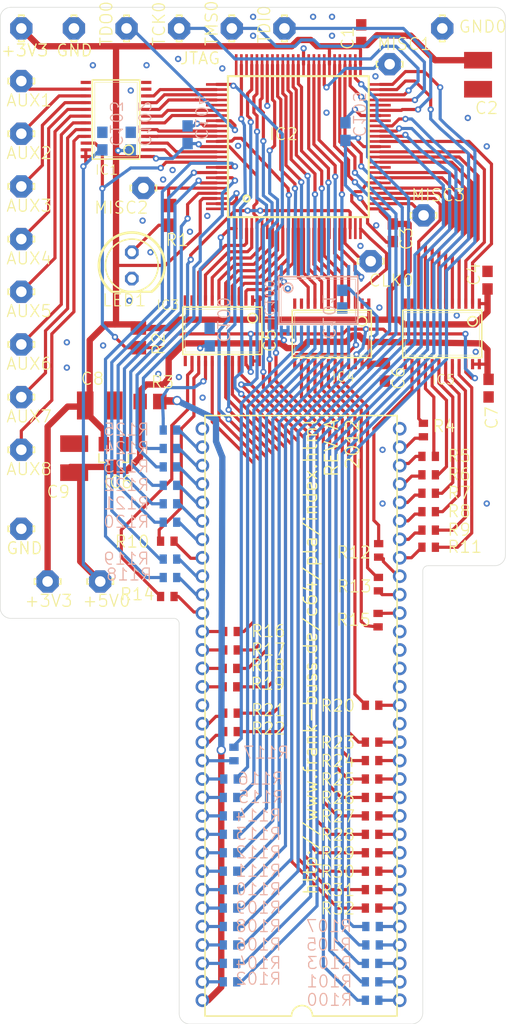
<source format=kicad_pcb>
(kicad_pcb (version 20240108) (generator "pcbnew") (generator_version "8.0")
  (layers (0 "F.Cu" signal) (31 "B.Cu" signal) (34 "B.Paste" user) (35 "F.Paste" user) (36 "B.SilkS" user "B.Silkscreen") (37 "F.SilkS" user "F.Silkscreen") (38 "B.Mask" user) (39 "F.Mask" user) (44 "Edge.Cuts" user))
  (net 0 "")
  (net 1 "GND")
  (net 2 "+3V3")
  (net 3 "TMS")
  (net 4 "TDO")
  (net 5 "TDI")
  (net 6 "TCK")
  (net 7 "AUX-DIR")
  (net 8 "+5V")
  (net 9 "N$22")
  (net 10 "N$27")
  (net 11 "N$28")
  (net 12 "N$30")
  (net 13 "N$31")
  (net 14 "N$32")
  (net 15 "N$33")
  (net 16 "N$34")
  (net 17 "N$35")
  (net 18 "N$36")
  (net 19 "N$37")
  (net 20 "N$26")
  (net 21 "N$29")
  (net 22 "N$38")
  (net 23 "N$39")
  (net 24 "N$40")
  (net 25 "N$41")
  (net 26 "N$42")
  (net 27 "N$43")
  (net 28 "N$44")
  (net 29 "N$45")
  (net 30 "N$46")
  (net 31 "N$47")
  (net 32 "N$48")
  (net 33 "N$49")
  (net 34 "N$50")
  (net 35 "N$51")
  (net 36 "N$52")
  (net 37 "N$53")
  (net 38 "N$54")
  (net 39 "N$55")
  (net 40 "N$56")
  (net 41 "N$57")
  (net 42 "N$58")
  (net 43 "N$59")
  (net 44 "N$60")
  (net 45 "N$61")
  (net 46 "N$62")
  (net 47 "N$63")
  (net 48 "N$64")
  (net 49 "N$65")
  (net 50 "N$66")
  (net 51 "N$67")
  (net 52 "N$68")
  (net 53 "N$69")
  (net 54 "N$70")
  (net 55 "N$71")
  (net 56 "N$72")
  (net 57 "N$73")
  (net 58 "N$74")
  (net 59 "N$75")
  (net 60 "N$76")
  (net 61 "N$77")
  (net 62 "N$78")
  (net 63 "N$79")
  (net 64 "N$80")
  (net 65 "A12")
  (net 66 "A11")
  (net 67 "A10")
  (net 68 "A9")
  (net 69 "A8")
  (net 70 "A7")
  (net 71 "A6")
  (net 72 "A5")
  (net 73 "A4")
  (net 74 "A3")
  (net 75 "A2")
  (net 76 "A1")
  (net 77 "A0")
  (net 78 "A15")
  (net 79 "A14")
  (net 80 "A13")
  (net 81 "+5V-C64")
  (net 82 "_OE")
  (net 83 "NMI'")
  (net 84 "_ROMH'")
  (net 85 "_I/O1'")
  (net 86 "_I/O2'")
  (net 87 "_ROML'")
  (net 88 "_CIA1'")
  (net 89 "_VIC'")
  (net 90 "_SID'")
  (net 91 "IO'")
  (net 92 "RAMR/_W'")
  (net 93 "_CASRAM'")
  (net 94 "_COLRAM'")
  (net 95 "_KERNAL'")
  (net 96 "_BASIC'")
  (net 97 "_CHAROM'")
  (net 98 "_CIA2'")
  (net 99 "IO")
  (net 100 "_SID")
  (net 101 "_VIC")
  (net 102 "_CIA1")
  (net 103 "_ROML")
  (net 104 "_I/O2")
  (net 105 "_I/O1")
  (net 106 "_ROMH")
  (net 107 "NMI")
  (net 108 "_CIA2")
  (net 109 "_CHAROM")
  (net 110 "_BASIC")
  (net 111 "_KERNAL")
  (net 112 "_COLRAM")
  (net 113 "_CASRAM")
  (net 114 "RAMR/_W")
  (net 115 "DIR1")
  (net 116 "DIR2")
  (net 117 "A0'")
  (net 118 "A1'")
  (net 119 "A2'")
  (net 120 "A3'")
  (net 121 "A4'")
  (net 122 "A5'")
  (net 123 "A6'")
  (net 124 "A7'")
  (net 125 "MA6")
  (net 126 "MA7")
  (net 127 "MA5")
  (net 128 "MA1")
  (net 129 "MA4")
  (net 130 "MA2")
  (net 131 "MA0")
  (net 132 "MA3")
  (net 133 "MA3'")
  (net 134 "MA0'")
  (net 135 "MA2'")
  (net 136 "MA4'")
  (net 137 "MA1'")
  (net 138 "MA5'")
  (net 139 "MA7'")
  (net 140 "MA6'")
  (net 141 "_VA15")
  (net 142 "_VA14")
  (net 143 "RESTORE")
  (net 144 "_CHAREN")
  (net 145 "_HIRAM")
  (net 146 "_GAME")
  (net 147 "_EXROM")
  (net 148 "_CAS")
  (net 149 "_RAS")
  (net 150 "PHI0")
  (net 151 "AEC")
  (net 152 "BA")
  (net 153 "VA6")
  (net 154 "VA7")
  (net 155 "AUX0")
  (net 156 "AUX1")
  (net 157 "AUX2")
  (net 158 "AUX3")
  (net 159 "AUX4")
  (net 160 "AUX5")
  (net 161 "AUX6")
  (net 162 "AUX7")
  (net 163 "AUX7'")
  (net 164 "AUX6'")
  (net 165 "AUX5'")
  (net 166 "AUX4'")
  (net 167 "AUX3'")
  (net 168 "AUX2'")
  (net 169 "AUX1'")
  (net 170 "AUX0'")
  (net 171 "N$1")
  (net 172 "N$2")
  (net 173 "_LORAM")
  (net 174 "R/_W")
  (net 175 "N$3")
  (net 176 "N$4")
  (footprint "pla251715:R0402" (layer "F.Cu") (at 165.4741 108.050272 180)
    (property "Reference" "R11")
    (property "Value" "33")
  )
  (footprint "pla251715:R0402" (layer "F.Cu") (at 146.2971 119.734272)
    (property "Reference" "R18")
    (property "Value" "33")
  )
  (footprint "pla251715:C0603" (layer "F.Cu") (at 171.1579 82.294672 90)
    (property "Reference" "C4")
    (property "Value" "100n")
  )
  (footprint "pla251715:LSP10" (layer "F.Cu") (at 128.6891 111.352272)
    (property "Reference" "+3V3")
    (property "Value" "LSP10")
  )
  (footprint "pla251715:TSSOP24" (layer "F.Cu") (at 135.2931 66.800672 90)
    (property "Reference" "IC1")
    (property "Value" "74LVC8T245")
  )
  (footprint "pla251715:LSP10" (layer "F.Cu") (at 159.8803 80.465872)
    (property "Reference" "CLK0")
    (property "Value" "LSP10")
  )
  (footprint "pla251715:R0402" (layer "F.Cu") (at 160.0131 137.514272)
    (property "Reference" "R29")
    (property "Value" "33")
  )
  (footprint "pla251715:LSP10" (layer "F.Cu") (at 126.1491 78.332272)
    (property "Reference" "AUX4")
    (property "Value" "LSP10")
  )
  (footprint "pla251715:LSP10" (layer "F.Cu") (at 126.1491 58.012272 90)
    (property "Reference" "JTAG-+3V1" (hide yes))
    (property "Value" "LSP10")
  )
  (footprint "pla251715:R0402" (layer "F.Cu") (at 165.4741 102.843272 180)
    (property "Reference" "R7")
    (property "Value" "33")
  )
  (footprint "pla251715:LSP10" (layer "F.Cu") (at 126.1491 73.252272)
    (property "Reference" "AUX3")
    (property "Value" "LSP10")
  )
  (footprint "pla251715:R0402" (layer "F.Cu") (at 160.0131 128.624272)
    (property "Reference" "R24")
    (property "Value" "33")
  )
  (footprint "pla251715:R0805" (layer "F.Cu") (at 138.5697 93.998272 180)
    (property "Reference" "R3")
    (property "Value" "0")
  )
  (footprint "pla251715:R0402" (layer "F.Cu") (at 165.4741 99.287272 180)
    (property "Reference" "R5")
    (property "Value" "33")
  )
  (footprint "pla251715:LSP10" (layer "F.Cu") (at 126.1491 68.172272)
    (property "Reference" "AUX2")
    (property "Value" "LSP10")
  )
  (footprint "pla251715:TSSOP24" (layer "F.Cu") (at 145.5547 87.171472 180)
    (property "Reference" "IC3")
    (property "Value" "74LVC8T245" (hide yes))
  )
  (footprint "pla251715:R0402" (layer "F.Cu") (at 160.0131 142.848272)
    (property "Reference" "R32")
    (property "Value" "33")
  )
  (footprint "pla251715:LSP10" (layer "F.Cu") (at 136.3091 58.012272 90)
    (property "Reference" "TDO0")
    (property "Value" "LSP10")
  )
  (footprint "pla251715:LSP10" (layer "F.Cu") (at 126.1491 88.492272)
    (property "Reference" "AUX6")
    (property "Value" "LSP10")
  )
  (footprint "pla251715:C0603" (layer "F.Cu") (at 171.2595 92.708672 -90)
    (property "Reference" "C7")
    (property "Value" "100n")
  )
  (footprint "pla251715:LSP10" (layer "F.Cu") (at 126.1491 93.572272)
    (property "Reference" "AUX7")
    (property "Value" "LSP10")
  )
  (footprint "pla251715:R0402" (layer "F.Cu") (at 165.4741 104.621272 180)
    (property "Reference" "R8")
    (property "Value" "33")
  )
  (footprint "pla251715:C0603" (layer "F.Cu") (at 162.0139 77.722672 -90)
    (property "Reference" "C3")
    (property "Value" "100n")
  )
  (footprint "pla251715:C1210" (layer "F.Cu") (at 131.2545 99.459272 90)
    (property "Reference" "C9")
    (property "Value" "1u")
  )
  (footprint "pla251715:LED5MM" (layer "F.Cu") (at 136.8171 80.872272 -90)
    (property "Reference" "LED1")
    (property "Value" "")
  )
  (footprint "pla251715:LSP10" (layer "F.Cu") (at 126.1491 63.092272)
    (property "Reference" "AUX1")
    (property "Value" "LSP10")
  )
  (footprint "pla251715:LSP10" (layer "F.Cu") (at 151.5491 58.012272 90)
    (property "Reference" "TDI0")
    (property "Value" "LSP10")
  )
  (footprint "pla251715:R0402" (layer "F.Cu") (at 160.0131 132.180272)
    (property "Reference" "R26")
    (property "Value" "33")
  )
  (footprint "pla251715:LSP10" (layer "F.Cu") (at 161.7091 61.466672)
    (property "Reference" "MISC1")
    (property "Value" "LSP10")
  )
  (footprint "pla251715:LSP10" (layer "F.Cu") (at 126.1491 98.652272)
    (property "Reference" "AUX8")
    (property "Value" "LSP10")
  )
  (footprint "pla251715:LSP10" (layer "F.Cu") (at 166.7891 58.012272 90)
    (property "Reference" "GND0")
    (property "Value" "LSP10")
  )
  (footprint "pla251715:LSP10" (layer "F.Cu") (at 133.7691 111.352272)
    (property "Reference" "+5V0")
    (property "Value" "LSP10")
  )
  (footprint "pla251715:R0402" (layer "F.Cu") (at 146.3421 117.956272)
    (property "Reference" "R17")
    (property "Value" "33")
  )
  (footprint "pla251715:R0402" (layer "F.Cu") (at 160.0131 141.070272)
    (property "Reference" "R31")
    (property "Value" "33")
  )
  (footprint "pla251715:R0402" (layer "F.Cu") (at 146.3421 124.052272)
    (property "Reference" "R21")
    (property "Value" "33")
  )
  (footprint "pla251715:C1210" (layer "F.Cu") (at 133.7183 94.379272)
    (property "Reference" "C8")
    (property "Value" "1u")
  )
  (footprint "pla251715:C1210" (layer "F.Cu") (at 170.2435 62.482672 -90)
    (property "Reference" "C2")
    (property "Value" "1u")
  )
  (footprint "pla251715:TQ100" (layer "F.Cu") (at 152.8953 69.416872)
    (property "Reference" "IC2")
    (property "Value" "XC9572XL_TQ100" (hide yes))
  )
  (footprint "pla251715:TSSOP24" (layer "F.Cu") (at 166.7891 87.476272 180)
    (property "Reference" "IC5")
    (property "Value" "74LVC8T245" (hide yes))
  )
  (footprint "pla251715:C0603" (layer "F.Cu") (at 161.2519 91.184672 -90)
    (property "Reference" "C6")
    (property "Value" "100n")
  )
  (footprint "pla251715:R0402" (layer "F.Cu") (at 140.2461 107.466072 180)
    (property "Reference" "R10")
    (property "Value" "33")
  )
  (footprint "pla251715:LSP10" (layer "F.Cu") (at 164.9857 76.046272)
    (property "Reference" "MISC3")
    (property "Value" "LSP10")
  )
  (footprint "pla251715:R0402" (layer "F.Cu") (at 165.4741 101.065272 180)
    (property "Reference" "R6")
    (property "Value" "33")
  )
  (footprint "pla251715:R0402" (layer "F.Cu") (at 140.2461 112.800072 180)
    (property "Reference" "R14")
    (property "Value" "33")
  )
  (footprint "pla251715:R0402" (layer "F.Cu") (at 160.0131 133.958272)
    (property "Reference" "R27")
    (property "Value" "33")
  )
  (footprint "pla251715:R0402" (layer "F.Cu") (at 160.6227 111.606272 -90)
    (property "Reference" "R13")
    (property "Value" "33")
  )
  (footprint "pla251715:R0805" (layer "F.Cu") (at 137.4521 87.857272 -90)
    (property "Reference" "R2")
    (property "Value" "1k")
  )
  (footprint "pla251715:LSP10" (layer "F.Cu") (at 131.2291 58.012272 90)
    (property "Reference" "JTAG-GND0" (hide yes))
    (property "Value" "LSP10")
  )
  (footprint "pla251715:R0402" (layer "F.Cu") (at 160.5915 115.080272 90)
    (property "Reference" "R15")
    (property "Value" "33")
  )
  (footprint "pla251715:TSSOP24" (layer "F.Cu") (at 156.1211 87.476272 180)
    (property "Reference" "IC4")
    (property "Value" "74LVC8T245" (hide yes))
  )
  (footprint "pla251715:LSP10" (layer "F.Cu") (at 141.3891 58.012272 90)
    (property "Reference" "TCK0")
    (property "Value" "LSP10")
  )
  (footprint "pla251715:LSP10" (layer "F.Cu") (at 126.1491 106.272272)
    (property "Reference" "GND1" (hide yes))
    (property "Value" "LSP10")
  )
  (footprint "pla251715:LSP10" (layer "F.Cu") (at 146.4691 58.012272 90)
    (property "Reference" "TMS0")
    (property "Value" "LSP10")
  )
  (footprint "pla251715:R0402" (layer "F.Cu") (at 164.9661 96.747272 -90)
    (property "Reference" "R4")
    (property "Value" "33")
  )
  (footprint "pla251715:R0402" (layer "F.Cu") (at 160.0131 139.292272)
    (property "Reference" "R30")
    (property "Value" "33")
  )
  (footprint "pla251715:SOT23" (layer "F.Cu") (at 135.0645 99.205272 180)
    (property "Reference" "IC6")
    (property "Value" "MCP1703CB" (hide yes))
  )
  (footprint "pla251715:R0402" (layer "F.Cu") (at 146.3421 116.178272)
    (property "Reference" "R16")
    (property "Value" "33")
  )
  (footprint "pla251715:LSP10" (layer "F.Cu") (at 126.1491 83.412272)
    (property "Reference" "AUX5")
    (property "Value" "LSP10")
  )
  (footprint "pla251715:R0402" (layer "F.Cu") (at 146.3421 125.830272)
    (property "Reference" "R22")
    (property "Value" "33")
  )
  (footprint "pla251715:R0402" (layer "F.Cu") (at 160.0131 135.736272)
    (property "Reference" "R28")
    (property "Value" "33")
  )
  (footprint "pla251715:R0402" (layer "F.Cu") (at 160.0131 123.290272)
    (property "Reference" "R20")
    (property "Value" "33")
  )
  (footprint "pla251715:R0402" (layer "F.Cu") (at 160.0131 126.846272)
    (property "Reference" "R23")
    (property "Value" "33")
  )
  (footprint "pla251715:C0603" (layer "F.Cu") (at 150.4315 85.647472 90)
    (property "Reference" "C5")
    (property "Value" "100n")
  )
  (footprint "pla251715:R0402" (layer "F.Cu") (at 160.6481 108.355072 -90)
    (property "Reference" "R12")
    (property "Value" "33")
  )
  (footprint "pla251715:64-SPDIP" (layer "F.Cu") (at 152.0121 122.782272 90)
    (property "Reference" "PLA-SOCKET0" (hide yes))
    (property "Value" "251715-SOCKET")
  )
  (footprint "pla251715:R0402" (layer "F.Cu") (at 165.4741 106.399272 180)
    (property "Reference" "R9")
    (property "Value" "33")
  )
  (footprint "pla251715:R0402" (layer "F.Cu") (at 160.0131 130.402272)
    (property "Reference" "R25")
    (property "Value" "33")
  )
  (footprint "pla251715:LSP10" (layer "F.Cu") (at 137.9347 73.404672)
    (property "Reference" "MISC2")
    (property "Value" "LSP10")
  )
  (footprint "pla251715:R0402" (layer "F.Cu") (at 146.2971 121.512272)
    (property "Reference" "R19")
    (property "Value" "33")
  )
  (footprint "pla251715:R0805" (layer "F.Cu") (at 140.3731 76.046272 -90)
    (property "Reference" "R1")
    (property "Value" "1k")
  )
  (footprint "pla251715:C0603" (layer "F.Cu") (at 158.9659 58.520272 90)
    (property "Reference" "C1")
    (property "Value" "100n")
  )
  (footprint "pla251715:R0402" (layer "B.Cu") (at 146.2971 146.404272)
    (property "Reference" "R106")
    (property "Value" "33")
  )
  (footprint "pla251715:R0402" (layer "B.Cu") (at 146.2971 132.180272)
    (property "Reference" "R115")
    (property "Value" "33")
  )
  (footprint "pla251715:R0402" (layer "B.Cu") (at 140.5001 100.303272 180)
    (property "Reference" "R123")
    (property "Value" "33")
  )
  (footprint "pla251715:C0603" (layer "B.Cu") (at 136.7155 68.883472 90)
    (property "Reference" "C102")
    (property "Value" "100n")
  )
  (footprint "pla251715:R0402" (layer "B.Cu") (at 146.2971 149.960272)
    (property "Reference" "R102")
    (property "Value" "33")
  )
  (footprint "pla251715:R0402" (layer "B.Cu") (at 160.0131 149.960272)
    (property "Reference" "R101")
    (property "Value" "33")
  )
  (footprint "pla251715:R0402" (layer "B.Cu") (at 160.0581 146.404272)
    (property "Reference" "R105")
    (property "Value" "33")
  )
  (footprint "pla251715:R0402" (layer "B.Cu") (at 146.2971 137.514272)
    (property "Reference" "R112")
    (property "Value" "33")
  )
  (footprint "pla251715:C0603" (layer "B.Cu") (at 157.1371 84.123472 -90)
    (property "Reference" "C101")
    (property "Value" "100n")
  )
  (footprint "pla251715:R0402" (layer "B.Cu") (at 160.0131 151.738272)
    (property "Reference" "R100")
    (property "Value" "33")
  )
  (footprint "pla251715:R0402" (layer "B.Cu") (at 140.5001 96.747272 180)
    (property "Reference" "R125")
    (property "Value" "33")
  )
  (footprint "pla251715:C0603" (layer "B.Cu") (at 157.4419 67.969072 90)
    (property "Reference" "C105")
    (property "Value" "100n")
  )
  (footprint "pla251715:R0402" (layer "B.Cu") (at 146.6781 127.989272 90)
    (property "Reference" "R117")
    (property "Value" "33")
  )
  (footprint "pla251715:C0603" (layer "B.Cu") (at 142.2019 68.273872 90)
    (property "Reference" "C104")
    (property "Value" "100n")
  )
  (footprint "pla251715:R0402" (layer "B.Cu") (at 140.5001 109.193272 180)
    (property "Reference" "R119")
    (property "Value" "33")
  )
  (footprint "pla251715:R0402" (layer "B.Cu") (at 146.3421 130.402272)
    (property "Reference" "R116")
    (property "Value" "33")
  )
  (footprint "pla251715:R0402" (layer "B.Cu") (at 140.5001 105.637272 180)
    (property "Reference" "R120")
    (property "Value" "33")
  )
  (footprint "pla251715:R0402" (layer "B.Cu") (at 146.2971 148.182272)
    (property "Reference" "R104")
    (property "Value" "33")
  )
  (footprint "pla251715:C0603" (layer "B.Cu") (at 133.9723 68.883472 90)
    (property "Reference" "C103")
    (property "Value" "100n")
  )
  (footprint "pla251715:R0402" (layer "B.Cu") (at 140.5001 98.525272 180)
    (property "Reference" "R124")
    (property "Value" "33")
  )
  (footprint "pla251715:TSSOP24" (layer "B.Cu") (at 154.8257 84.250472)
    (property "Reference" "IC100")
    (property "Value" "74LVC8T245" (hide yes))
  )
  (footprint "pla251715:C0603" (layer "B.Cu") (at 144.3355 87.781072 90)
    (property "Reference" "C100")
    (property "Value" "100n")
  )
  (footprint "pla251715:R0402" (layer "B.Cu") (at 140.5001 102.081272 180)
    (property "Reference" "R122")
    (property "Value" "33")
  )
  (footprint "pla251715:R0402" (layer "B.Cu") (at 140.5001 110.971272 180)
    (property "Reference" "R118")
    (property "Value" "33")
  )
  (footprint "pla251715:R0402" (layer "B.Cu") (at 146.2971 139.292272)
    (property "Reference" "R111")
    (property "Value" "33")
  )
  (footprint "pla251715:R0402" (layer "B.Cu") (at 146.2971 142.848272)
    (property "Reference" "R109")
    (property "Value" "33")
  )
  (footprint "pla251715:R0402" (layer "B.Cu") (at 160.0131 148.182272)
    (property "Reference" "R103")
    (property "Value" "33")
  )
  (footprint "pla251715:R0402" (layer "B.Cu") (at 146.2971 141.070272)
    (property "Reference" "R110")
    (property "Value" "33")
  )
  (footprint "pla251715:R0402" (layer "B.Cu") (at 140.5001 103.859272 180)
    (property "Reference" "R121")
    (property "Value" "33")
  )
  (footprint "pla251715:R0402" (layer "B.Cu") (at 146.2971 135.736272)
    (property "Reference" "R113")
    (property "Value" "33")
  )
  (footprint "pla251715:R0402" (layer "B.Cu") (at 146.2971 144.626272)
    (property "Reference" "R108")
    (property "Value" "33")
  )
  (footprint "pla251715:R0402" (layer "B.Cu") (at 160.0581 144.626272)
    (property "Reference" "R107")
    (property "Value" "33")
  )
  (footprint "pla251715:R0402" (layer "B.Cu") (at 146.2971 133.958272)
    (property "Reference" "R114")
    (property "Value" "33")
  )
  (gr_line (start 140.8811 114.908272) (end 125.1331 114.908272) (stroke (width 0.05)) (layer "Edge.Cuts"))
  (gr_line (start 141.3891 153.008272) (end 141.3891 115.416272) (stroke (width 0.05)) (layer "Edge.Cuts"))
  (gr_line (start 163.7411 154.024272) (end 142.4051 154.024272) (stroke (width 0.05)) (layer "Edge.Cuts"))
  (gr_line (start 124.1171 113.892272) (end 124.1171 56.996272) (stroke (width 0.05)) (layer "Edge.Cuts"))
  (gr_line (start 172.8851 56.996272) (end 172.8851 108.812272) (stroke (width 0.05)) (layer "Edge.Cuts"))
  (gr_arc (start 164.9095 110.336272) (mid 165.05829 109.977062) (end 165.4175 109.828272) (stroke (width 0.05)) (layer "Edge.Cuts"))
  (gr_arc (start 142.4051 154.024272) (mid 141.68668 153.726692) (end 141.3891 153.008272) (stroke (width 0.05)) (layer "Edge.Cuts"))
  (gr_line (start 171.8691 109.828272) (end 165.4175 109.828272) (stroke (width 0.05)) (layer "Edge.Cuts"))
  (gr_arc (start 124.1171 56.996272) (mid 124.41468 56.277852) (end 125.1331 55.980272) (stroke (width 0.05)) (layer "Edge.Cuts"))
  (gr_arc (start 140.8811 114.908272) (mid 141.24031 115.057062) (end 141.3891 115.416272) (stroke (width 0.05)) (layer "Edge.Cuts"))
  (gr_arc (start 125.1331 114.908272) (mid 124.41468 114.610692) (end 124.1171 113.892272) (stroke (width 0.05)) (layer "Edge.Cuts"))
  (gr_arc (start 172.8851 108.812272) (mid 172.58752 109.530692) (end 171.8691 109.828272) (stroke (width 0.05)) (layer "Edge.Cuts"))
  (gr_arc (start 164.9095 153.008272) (mid 164.53572 153.758256) (end 163.7411 154.024272) (stroke (width 0.05)) (layer "Edge.Cuts"))
  (gr_line (start 164.9095 110.336272) (end 164.9095 153.008272) (stroke (width 0.05)) (layer "Edge.Cuts"))
  (gr_arc (start 171.8691 55.980272) (mid 172.58752 56.277852) (end 172.8851 56.996272) (stroke (width 0.05)) (layer "Edge.Cuts"))
  (gr_line (start 125.1331 55.980272) (end 171.8691 55.980272) (stroke (width 0.05)) (layer "Edge.Cuts"))
  (gr_text "2012" (at 158.88015 100.65176 90) (layer "F.SilkS") (effects (font (size 1.28016 1.28016) (thickness 0.14224)) (justify left bottom)))
  (gr_text "GND" (at 124.6251 108.812272 0) (layer "F.SilkS") (effects (font (size 1.143 1.143) (thickness 0.127)) (justify left bottom)))
  (gr_text "+3V3" (at 124.1171 60.806272 0) (layer "F.SilkS") (effects (font (size 1.143 1.143) (thickness 0.127)) (justify left bottom)))
  (gr_text "REV A" (at 156.84815 101.38328 90) (layer "F.SilkS") (effects (font (size 1.28016 1.28016) (thickness 0.14224)) (justify left bottom)))
  (gr_text "JTAG" (at 141.3891 61.568272 0) (layer "F.SilkS") (effects (font (size 1.143 1.143) (thickness 0.127)) (justify left bottom)))
  (gr_text "GND" (at 129.4511 60.806272 0) (layer "F.SilkS") (effects (font (size 1.143 1.143) (thickness 0.127)) (justify left bottom)))
  (gr_text "http://www.frank-buss.de/c64/pla/index.html" (at 154.81615 141.67784 90) (layer "F.SilkS") (effects (font (size 1.28016 1.28016) (thickness 0.14224)) (justify left bottom)))
  (segment (start 149.8953 61.516872) (end 149.8953 65.477072) (width 0.3048) (layer "F.Cu") (net 1))
  (segment (start 158.0515 74.674672) (end 159.5755 76.198672) (width 0.3048) (layer "F.Cu") (net 1))
  (segment (start 158.9377 66.416872) (end 158.3563 65.835472) (width 0.3048) (layer "F.Cu") (net 1))
  (segment (start 149.8953 65.477072) (end 149.8981 65.479872) (width 0.3048) (layer "F.Cu") (net 1))
  (segment (start 160.7953 72.916872) (end 159.5045 72.916872) (width 0.3048) (layer "F.Cu") (net 1))
  (segment (start 152.5461 89.628872) (end 152.7175 89.457472) (width 0.3048) (layer "F.Cu") (net 1))
  (segment (start 158.3563 73.760272) (end 158.0515 74.065072) (width 0.3048) (layer "F.Cu") (net 1))
  (segment (start 159.5045 72.916872) (end 158.9659 73.760272) (width 0.3048) (layer "F.Cu") (net 1))
  (segment (start 152.7175 89.457472) (end 157.5943 89.457472) (width 0.3048) (layer "F.Cu") (net 1))
  (segment (start 158.0515 74.065072) (end 158.0515 74.674672) (width 0.3048) (layer "F.Cu") (net 1))
  (segment (start 158.3563 81.380272) (end 158.9659 81.989872) (width 0.3048) (layer "F.Cu") (net 1))
  (segment (start 143.1163 67.207072) (end 143.5735 67.207072) (width 0.3048) (layer "F.Cu") (net 1))
  (segment (start 153.3953 61.516872) (end 153.3953 59.950672) (width 0.3048) (layer "F.Cu") (net 1))
  (segment (start 156.8953 77.316872) (end 156.8953 79.309672) (width 0.3048) (layer "F.Cu") (net 1))
  (segment (start 156.8953 79.309672) (end 157.0477 79.309672) (width 0.3048) (layer "F.Cu") (net 1))
  (segment (start 159.5755 76.808272) (end 161.4043 78.637072) (width 0.3048) (layer "F.Cu") (net 1))
  (segment (start 160.7953 66.416872) (end 158.9377 66.416872) (width 0.3048) (layer "F.Cu") (net 1))
  (segment (start 153.3953 59.950672) (end 153.4033 59.942672) (width 0.3048) (layer "F.Cu") (net 1))
  (segment (start 157.5943 89.457472) (end 158.4579 88.543072) (width 0.3048) (layer "F.Cu") (net 1))
  (segment (start 152.5461 90.394072) (end 152.5461 89.628872) (width 0.3048) (layer "F.Cu") (net 1))
  (segment (start 161.4043 78.637072) (end 162.0139 78.637072) (width 0.3048) (layer "F.Cu") (net 1))
  (segment (start 157.0477 79.309672) (end 158.3563 80.618272) (width 0.3048) (layer "F.Cu") (net 1))
  (segment (start 158.3563 80.618272) (end 158.3563 81.380272) (width 0.3048) (layer "F.Cu") (net 1))
  (segment (start 159.5755 76.198672) (end 159.5755 76.808272) (width 0.3048) (layer "F.Cu") (net 1))
  (segment (start 158.9659 73.760272) (end 158.3563 73.760272) (width 0.3048) (layer "F.Cu") (net 1))
  (segment (start 143.5735 67.207072) (end 143.7833 67.416872) (width 0.3048) (layer "F.Cu") (net 1))
  (segment (start 144.9953 67.416872) (end 143.7833 67.416872) (width 0.3048) (layer "F.Cu") (net 1))
  (via (at 130.5433 90.727472) (size 0.6096) (drill 0.3048) (layers "F.Cu" "B.Cu") (net 1))
  (via (at 171.0817 103.833872) (size 0.6096) (drill 0.3048) (layers "F.Cu" "B.Cu") (net 1))
  (via (at 149.8981 65.479872) (size 0.6096) (drill 0.3048) (layers "F.Cu" "B.Cu") (net 1))
  (via (at 145.5547 61.873072) (size 0.6096) (drill 0.3048) (layers "F.Cu" "B.Cu") (net 1))
  (via (at 158.8897 78.992672) (size 0.6096) (drill 0.3048) (layers "F.Cu" "B.Cu") (net 1))
  (via (at 154.3177 56.894672) (size 0.6096) (drill 0.3048) (layers "F.Cu" "B.Cu") (net 1))
  (via (at 160.4137 77.011472) (size 0.6096) (drill 0.3048) (layers "F.Cu" "B.Cu") (net 1))
  (via (at 130.5433 88.289072) (size 0.6096) (drill 0.3048) (layers "F.Cu" "B.Cu") (net 1))
  (via (at 136.7155 64.006672) (size 0.6096) (drill 0.3048) (layers "F.Cu" "B.Cu") (net 1))
  (via (at 143.6497 93.623072) (size 0.6096) (drill 0.3048) (layers "F.Cu" "B.Cu") (net 1))
  (via (at 153.4033 59.942672) (size 0.6096) (drill 0.3048) (layers "F.Cu" "B.Cu") (net 1))
  (via (at 143.1163 67.207072) (size 0.6096) (drill 0.3048) (layers "F.Cu" "B.Cu") (net 1))
  (via (at 138.6205 79.602272) (size 0.6096) (drill 0.3048) (layers "F.Cu" "B.Cu") (net 1))
  (via (at 138.2395 61.568272) (size 0.6096) (drill 0.3048) (layers "F.Cu" "B.Cu") (net 1))
  (via (at 161.0233 98.652272) (size 0.6096) (drill 0.3048) (layers "F.Cu" "B.Cu") (net 1))
  (via (at 147.0787 69.340672) (size 0.6096) (drill 0.3048) (layers "F.Cu" "B.Cu") (net 1))
  (via (at 136.5885 84.275872) (size 0.6096) (drill 0.3048) (layers "F.Cu" "B.Cu") (net 1))
  (via (at 169.2529 66.648272) (size 0.6096) (drill 0.3048) (layers "F.Cu" "B.Cu") (net 1))
  (via (at 148.5265 56.894672) (size 0.6096) (drill 0.3048) (layers "F.Cu" "B.Cu") (net 1))
  (via (at 168.1861 85.698272) (size 0.6096) (drill 0.3048) (layers "F.Cu" "B.Cu") (net 1))
  (via (at 144.1069 76.097072) (size 0.6096) (drill 0.3048) (layers "F.Cu" "B.Cu") (net 1))
  (via (at 160.7185 84.936272) (size 0.6096) (drill 0.3048) (layers "F.Cu" "B.Cu") (net 1))
  (via (at 139.8397 72.591872) (size 0.6096) (drill 0.3048) (layers "F.Cu" "B.Cu") (net 1))
  (via (at 137.8585 76.554272) (size 0.6096) (drill 0.3048) (layers "F.Cu" "B.Cu") (net 1))
  (via (at 139.3825 91.337072) (size 0.6096) (drill 0.3048) (layers "F.Cu" "B.Cu") (net 1))
  (via (at 160.3375 62.635072) (size 0.6096) (drill 0.3048) (layers "F.Cu" "B.Cu") (net 1))
  (via (at 156.1465 58.723472) (size 0.6096) (drill 0.3048) (layers "F.Cu" "B.Cu") (net 1))
  (via (at 171.0817 69.391472) (size 0.6096) (drill 0.3048) (layers "F.Cu" "B.Cu") (net 1))
  (via (at 151.8793 83.107472) (size 0.6096) (drill 0.3048) (layers "F.Cu" "B.Cu") (net 1))
  (via (at 158.3563 65.835472) (size 0.6096) (drill 0.3048) (layers "F.Cu" "B.Cu") (net 1))
  (via (at 133.0579 61.568272) (size 0.6096) (drill 0.3048) (layers "F.Cu" "B.Cu") (net 1))
  (via (at 161.0233 103.833872) (size 0.6096) (drill 0.3048) (layers "F.Cu" "B.Cu") (net 1))
  (via (at 134.0485 88.593872) (size 0.6096) (drill 0.3048) (layers "F.Cu" "B.Cu") (net 1))
  (via (at 148.5265 58.723472) (size 0.6096) (drill 0.3048) (layers "F.Cu" "B.Cu") (net 1))
  (via (at 155.6131 66.140272) (size 0.6096) (drill 0.3048) (layers "F.Cu" "B.Cu") (net 1))
  (via (at 141.2875 60.958672) (size 0.6096) (drill 0.3048) (layers "F.Cu" "B.Cu") (net 1))
  (via (at 170.0149 89.203472) (size 0.6096) (drill 0.3048) (layers "F.Cu" "B.Cu") (net 1))
  (via (at 156.1465 56.894672) (size 0.6096) (drill 0.3048) (layers "F.Cu" "B.Cu") (net 1))
  (via (at 158.4579 88.543072) (size 0.6096) (drill 0.3048) (layers "F.Cu" "B.Cu") (net 1))
  (via (at 142.4305 77.621072) (size 0.6096) (drill 0.3048) (layers "F.Cu" "B.Cu") (net 1))
  (via (at 158.9659 81.989872) (size 0.6096) (drill 0.3048) (layers "F.Cu" "B.Cu") (net 1))
  (via (at 140.7541 71.677472) (size 0.6096) (drill 0.3048) (layers "F.Cu" "B.Cu") (net 1))
  (via (at 141.3637 91.641872) (size 0.6096) (drill 0.3048) (layers "F.Cu" "B.Cu") (net 1))
  (segment (start 158.4007 87.168272) (end 158.4007 88.498672) (width 0.3048) (layer "B.Cu") (net 1))
  (segment (start 158.9055 81.837472) (end 158.4007 81.332672) (width 0.3048) (layer "B.Cu") (net 1))
  (segment (start 158.4007 88.498672) (end 158.4579 88.543072) (width 0.3048) (layer "B.Cu") (net 1))
  (segment (start 142.7471 67.423872) (end 143.1163 67.207072) (width 0.3048) (layer "B.Cu") (net 1))
  (segment (start 157.4419 67.119072) (end 157.4419 66.749872) (width 0.3048) (layer "B.Cu") (net 1))
  (segment (start 158.9659 82.294672) (end 158.9055 81.837472) (width 0.3048) (layer "B.Cu") (net 1))
  (segment (start 142.2019 67.423872) (end 142.7471 67.423872) (width 0.3048) (layer "B.Cu") (net 1))
  (segment (start 157.4419 66.749872) (end 158.3563 65.835472) (width 0.3048) (layer "B.Cu") (net 1))
  (segment (start 158.9659 81.989872) (end 158.9659 82.294672) (width 0.3048) (layer "B.Cu") (net 1))
  (segment (start 134.1145 96.762472) (end 132.4483 95.096272) (width 0.6096) (layer "F.Cu") (net 2))
  (segment (start 137.4521 86.907272) (end 140.3325 86.907272) (width 0.6096) (layer "F.Cu") (net 2))
  (segment (start 128.6891 111.352272) (end 128.6891 96.417072) (width 0.6096) (layer "F.Cu") (net 2))
  (segment (start 144.9953 74.416872) (end 143.6789 74.416872) (width 0.3048) (layer "F.Cu") (net 2))
  (segment (start 149.5171 86.104672) (end 150.3435 86.104672) (width 0.6096) (layer "F.Cu") (net 2))
  (segment (start 135.1915 80.872272) (end 135.2931 78.941872) (width 0.3048) (layer "F.Cu") (net 2))
  (segment (start 138.2109 70.375672) (end 138.9697 70.375672) (width 0.3048) (layer "F.Cu") (net 2))
  (segment (start 155.8953 60.021672) (end 155.6131 59.739472) (width 0.3048) (layer "F.Cu") (net 2))
  (segment (start 150.3435 86.104672) (end 159.7279 86.104672) (width 0.6096) (layer "F.Cu") (net 2))
  (segment (start 159.2199 59.624272) (end 158.9659 59.370272) (width 0.6096) (layer "F.Cu") (net 2))
  (segment (start 127.8763 59.739472) (end 126.1491 58.012272) (width 0.6096) (layer "F.Cu") (net 2))
  (segment (start 137.1067 86.561872) (end 137.4521 86.907272) (width 0.6096) (layer "F.Cu") (net 2))
  (segment (start 134.2771 86.561872) (end 135.1915 86.561872) (width 0.6096) (layer "F.Cu") (net 2))
  (segment (start 171.1579 85.342672) (end 171.1579 84.733072) (width 0.6096) (layer "F.Cu") (net 2))
  (segment (start 135.2931 70.407472) (end 135.2931 78.941872) (width 0.6096) (layer "F.Cu") (net 2))
  (segment (start 159.6065 75.416872) (end 158.8643 74.369872) (width 0.3048) (layer "F.Cu") (net 2))
  (segment (start 160.7953 75.654072) (end 162.0139 76.872672) (width 0.3048) (layer "F.Cu") (net 2))
  (segment (start 135.3249 69.969272) (end 135.4963 69.797872) (width 0.3048) (layer "F.Cu") (net 2))
  (segment (start 158.8953 60.038072) (end 158.5967 59.739472) (width 0.3048) (layer "F.Cu") (net 2))
  (segment (start 170.2435 61.082672) (end 166.1003 61.082672) (width 0.6096) (layer "F.Cu") (net 2))
  (segment (start 170.9833 84.558472) (end 171.1579 84.733072) (width 0.3048) (layer "F.Cu") (net 2))
  (segment (start 148.8953 77.316872) (end 148.9075 76.198672) (width 0.3048) (layer "F.Cu") (net 2))
  (segment (start 128.6891 96.417072) (end 130.6195 94.486672) (width 0.6096) (layer "F.Cu") (net 2))
  (segment (start 160.7953 75.416872) (end 159.6065 75.416872) (width 0.3048) (layer "F.Cu") (net 2))
  (segment (start 148.6027 75.893872) (end 148.6027 75.131872) (width 0.3048) (layer "F.Cu") (net 2))
  (segment (start 132.4483 94.509272) (end 132.3183 94.379272) (width 0.6096) (layer "F.Cu") (net 2))
  (segment (start 135.2931 59.739472) (end 135.2931 70.407472) (width 0.6096) (layer "F.Cu") (net 2))
  (segment (start 171.1579 84.733072) (end 171.1579 83.144672) (width 0.6096) (layer "F.Cu") (net 2))
  (segment (start 130.6195 94.486672) (end 132.2109 94.486672) (width 0.6096) (layer "F.Cu") (net 2))
  (segment (start 159.6961 84.558472) (end 159.6961 86.072872) (width 0.3048) (layer "F.Cu") (net 2))
  (segment (start 135.2931 78.941872) (end 135.2931 86.460272) (width 0.6096) (layer "F.Cu") (net 2))
  (segment (start 141.1351 86.104672) (end 149.5171 86.104672) (width 0.6096) (layer "F.Cu") (net 2))
  (segment (start 143.6789 74.416872) (end 143.4211 74.674672) (width 0.3048) (layer "F.Cu") (net 2))
  (segment (start 132.7531 94.249272) (end 132.7531 88.085872) (width 0.6096) (layer "F.Cu") (net 2))
  (segment (start 143.4973 69.416872) (end 143.2687 69.188272) (width 0.3048) (layer "F.Cu") (net 2))
  (segment (start 150.1489 83.796472) (end 149.5869 83.796472) (width 0.3048) (layer "F.Cu") (net 2))
  (segment (start 132.2109 94.486672) (end 132.3183 94.379272) (width 0.6096) (layer "F.Cu") (net 2))
  (segment (start 149.1297 85.717272) (end 149.5171 86.104672) (width 0.3048) (layer "F.Cu") (net 2))
  (segment (start 135.1915 86.561872) (end 137.1067 86.561872) (width 0.6096) (layer "F.Cu") (net 2))
  (segment (start 160.7953 75.416872) (end 160.7953 75.654072) (width 0.3048) (layer "F.Cu") (net 2))
  (segment (start 162.0139 76.872672) (end 163.5379 76.872672) (width 0.6096) (layer "F.Cu") (net 2))
  (segment (start 149.5869 83.796472) (end 149.1297 84.253672) (width 0.3048) (layer "F.Cu") (net 2))
  (segment (start 169.9387 86.561872) (end 171.1579 85.342672) (width 0.6096) (layer "F.Cu") (net 2))
  (segment (start 140.3325 86.907272) (end 141.1351 86.104672) (width 0.6096) (layer "F.Cu") (net 2))
  (segment (start 158.5967 59.739472) (end 158.9659 59.370272) (width 0.6096) (layer "F.Cu") (net 2))
  (segment (start 154.6987 59.739472) (end 154.0891 59.129872) (width 0.6096) (layer "F.Cu") (net 2))
  (segment (start 162.5591 58.709872) (end 160.4899 58.672672) (width 0.6096) (layer "F.Cu") (net 2))
  (segment (start 138.9697 70.375672) (end 139.1539 70.559872) (width 0.3048) (layer "F.Cu") (net 2))
  (segment (start 132.7531 88.085872) (end 134.2771 86.561872) (width 0.6096) (layer "F.Cu") (net 2))
  (segment (start 163.5379 76.872672) (end 163.5379 81.380272) (width 0.6096) (layer "F.Cu") (net 2))
  (segment (start 163.0807 86.561872) (end 169.9387 86.561872) (width 0.6096) (layer "F.Cu") (net 2))
  (segment (start 144.9953 69.416872) (end 143.4973 69.416872) (width 0.3048) (layer "F.Cu") (net 2))
  (segment (start 155.6131 59.739472) (end 154.6987 59.739472) (width 0.6096) (layer "F.Cu") (net 2))
  (segment (start 159.5383 59.624272) (end 159.2199 59.624272) (width 0.6096) (layer "F.Cu") (net 2))
  (segment (start 135.2931 59.739472) (end 127.8763 59.739472) (width 0.6096) (layer "F.Cu") (net 2))
  (segment (start 134.1145 98.105272) (end 134.1145 96.762472) (width 0.6096) (layer "F.Cu") (net 2))
  (segment (start 159.0461 84.558472) (end 159.6961 84.558472) (width 0.3048) (layer "F.Cu") (net 2))
  (segment (start 149.1297 84.253672) (end 149.1297 85.717272) (width 0.3048) (layer "F.Cu") (net 2))
  (segment (start 161.7091 83.209072) (end 161.7091 86.104672) (width 0.6096) (layer "F.Cu") (net 2))
  (segment (start 154.0891 59.129872) (end 152.8699 59.129872) (width 0.6096) (layer "F.Cu") (net 2))
  (segment (start 132.4483 95.096272) (end 132.4483 94.509272) (width 0.6096) (layer "F.Cu") (net 2))
  (segment (start 135.3249 70.375672) (end 135.2931 70.407472) (width 0.3048) (layer "F.Cu") (net 2))
  (segment (start 148.9075 76.198672) (end 148.6027 75.893872) (width 0.3048) (layer "F.Cu") (net 2))
  (segment (start 159.6961 86.072872) (end 159.7279 86.104672) (width 0.3048) (layer "F.Cu") (net 2))
  (segment (start 150.1489 83.796472) (end 151.4983 82.447072) (width 0.3048) (layer "F.Cu") (net 2))
  (segment (start 158.6611 68.883472) (end 158.6611 68.578672) (width 0.3048) (layer "F.Cu") (net 2))
  (segment (start 158.5967 59.739472) (end 155.6131 59.739472) (width 0.6096) (layer "F.Cu") (net 2))
  (segment (start 148.8953 74.839272) (end 148.8953 72.224072) (width 0.3048) (layer "F.Cu") (net 2))
  (segment (start 160.4899 58.672672) (end 159.5383 59.624272) (width 0.6096) (layer "F.Cu") (net 2))
  (segment (start 159.1945 69.416872) (end 158.6611 68.883472) (width 0.3048) (layer "F.Cu") (net 2))
  (segment (start 170.3641 84.558472) (end 170.9833 84.558472) (width 0.3048) (layer "F.Cu") (net 2))
  (segment (start 160.7953 69.416872) (end 159.1945 69.416872) (width 0.3048) (layer "F.Cu") (net 2))
  (segment (start 148.4797 84.253672) (end 149.1297 84.253672) (width 0.3048) (layer "F.Cu") (net 2))
  (segment (start 161.7091 86.104672) (end 162.6235 86.104672) (width 0.6096) (layer "F.Cu") (net 2))
  (segment (start 158.8953 61.516872) (end 158.8953 60.038072) (width 0.3048) (layer "F.Cu") (net 2))
  (segment (start 152.8699 59.129872) (end 152.2603 59.739472) (width 0.6096) (layer "F.Cu") (net 2))
  (segment (start 135.3249 70.375672) (end 135.3249 69.969272) (width 0.3048) (layer "F.Cu") (net 2))
  (segment (start 163.5379 81.380272) (end 161.7091 83.209072) (width 0.6096) (layer "F.Cu") (net 2))
  (segment (start 150.3435 86.104672) (end 150.4315 86.497472) (width 0.6096) (layer "F.Cu") (net 2))
  (segment (start 143.4211 74.674672) (end 143.4211 77.722672) (width 0.3048) (layer "F.Cu") (net 2))
  (segment (start 140.0175 80.872272) (end 135.1915 80.872272) (width 0.3048) (layer "F.Cu") (net 2))
  (segment (start 144.9953 69.416872) (end 146.2405 69.416872) (width 0.3048) (layer "F.Cu") (net 2))
  (segment (start 138.2109 70.375672) (end 135.3249 70.375672) (width 0.3048) (layer "F.Cu") (net 2))
  (segment (start 162.5591 58.709872) (end 163.7275 58.709872) (width 0.6096) (layer "F.Cu") (net 2))
  (segment (start 132.7531 94.249272) (end 132.3183 94.379272) (width 0.6096) (layer "F.Cu") (net 2))
  (segment (start 163.7275 58.709872) (end 166.1003 61.082672) (width 0.6096) (layer "F.Cu") (net 2))
  (segment (start 162.6235 86.104672) (end 163.0807 86.561872) (width 0.6096) (layer "F.Cu") (net 2))
  (segment (start 159.7279 86.104672) (end 161.7091 86.104672) (width 0.6096) (layer "F.Cu") (net 2))
  (segment (start 143.4211 77.722672) (end 140.0175 80.872272) (width 0.3048) (layer "F.Cu") (net 2))
  (segment (start 148.8953 72.224072) (end 146.2405 69.416872) (width 0.3048) (layer "F.Cu") (net 2))
  (segment (start 155.8953 61.516872) (end 155.8953 60.021672) (width 0.3048) (layer "F.Cu") (net 2))
  (segment (start 148.6027 75.131872) (end 148.8953 74.839272) (width 0.3048) (layer "F.Cu") (net 2))
  (segment (start 152.2603 59.739472) (end 135.2931 59.739472) (width 0.6096) (layer "F.Cu") (net 2))
  (segment (start 135.2931 86.460272) (end 135.1915 86.561872) (width 0.6096) (layer "F.Cu") (net 2))
  (via (at 139.1539 70.559872) (size 0.6096) (drill 0.3048) (layers "F.Cu" "B.Cu") (net 2))
  (via (at 143.2687 69.188272) (size 0.6096) (drill 0.3048) (layers "F.Cu" "B.Cu") (net 2))
  (via (at 158.8643 74.369872) (size 0.6096) (drill 0.3048) (layers "F.Cu" "B.Cu") (net 2))
  (via (at 158.6611 68.578672) (size 0.6096) (drill 0.3048) (layers "F.Cu" "B.Cu") (net 2))
  (via (at 151.4983 82.447072) (size 0.6096) (drill 0.3048) (layers "F.Cu" "B.Cu") (net 2))
  (via (at 135.4963 69.797872) (size 0.6096) (drill 0.3048) (layers "F.Cu" "B.Cu") (net 2))
  (segment (start 158.8643 74.369872) (end 158.3563 74.065072) (width 0.3048) (layer "B.Cu") (net 2))
  (segment (start 135.4963 69.797872) (end 136.6511 69.797872) (width 0.3048) (layer "B.Cu") (net 2))
  (segment (start 143.2043 69.123872) (end 143.2687 69.188272) (width 0.3048) (layer "B.Cu") (net 2))
  (segment (start 142.2019 69.123872) (end 143.2043 69.123872) (width 0.3048) (layer "B.Cu") (net 2))
  (segment (start 139.1539 70.559872) (end 140.7659 70.559872) (width 0.3048) (layer "B.Cu") (net 2))
  (segment (start 158.6611 68.578672) (end 157.6823 68.578672) (width 0.3048) (layer "B.Cu") (net 2))
  (segment (start 158.3563 74.065072) (end 157.4419 73.150672) (width 0.3048) (layer "B.Cu") (net 2))
  (segment (start 136.6511 69.797872) (end 136.7155 69.733472) (width 0.3048) (layer "B.Cu") (net 2))
  (segment (start 151.2507 82.199472) (end 151.4983 82.447072) (width 0.3048) (layer "B.Cu") (net 2))
  (segment (start 151.4983 82.447072) (end 151.4983 82.294672) (width 0.3048) (layer "B.Cu") (net 2))
  (segment (start 157.6823 68.578672) (end 157.4419 68.819072) (width 0.3048) (layer "B.Cu") (net 2))
  (segment (start 157.4419 73.150672) (end 157.4419 68.819072) (width 0.3048) (layer "B.Cu") (net 2))
  (segment (start 140.7659 70.559872) (end 142.2019 69.123872) (width 0.3048) (layer "B.Cu") (net 2))
  (segment (start 151.2507 81.332672) (end 151.2507 82.199472) (width 0.3048) (layer "B.Cu") (net 2))
  (segment (start 160.7995 64.921072) (end 160.7953 64.916872) (width 0.3048) (layer "F.Cu") (net 3))
  (segment (start 164.1475 64.921072) (end 160.7995 64.921072) (width 0.3048) (layer "F.Cu") (net 3))
  (via (at 164.1475 64.921072) (size 0.6096) (drill 0.3048) (layers "F.Cu" "B.Cu") (net 3))
  (segment (start 159.2707 59.739472) (end 160.1851 58.825072) (width 0.3048) (layer "B.Cu") (net 3))
  (segment (start 153.1747 59.129872) (end 154.3939 59.129872) (width 0.3048) (layer "B.Cu") (net 3))
  (segment (start 150.7363 59.739472) (end 152.5651 59.739472) (width 0.3048) (layer "B.Cu") (net 3))
  (segment (start 152.5651 59.739472) (end 153.1747 59.129872) (width 0.3048) (layer "B.Cu") (net 3))
  (segment (start 155.0035 59.739472) (end 159.2707 59.739472) (width 0.3048) (layer "B.Cu") (net 3))
  (segment (start 165.0619 61.263472) (end 162.6235 58.825072) (width 0.3048) (layer "B.Cu") (net 3))
  (segment (start 154.3939 59.129872) (end 155.0035 59.739472) (width 0.3048) (layer "B.Cu") (net 3))
  (segment (start 165.0619 61.263472) (end 165.0619 64.006672) (width 0.3048) (layer "B.Cu") (net 3))
  (segment (start 146.4691 58.012272) (end 149.0091 58.012272) (width 0.3048) (layer "B.Cu") (net 3))
  (segment (start 160.1851 58.825072) (end 162.6235 58.825072) (width 0.3048) (layer "B.Cu") (net 3))
  (segment (start 165.0619 64.006672) (end 164.1475 64.921072) (width 0.3048) (layer "B.Cu") (net 3))
  (segment (start 149.0091 58.012272) (end 150.7363 59.739472) (width 0.3048) (layer "B.Cu") (net 3))
  (segment (start 146.7739 67.816672) (end 146.7739 67.359472) (width 0.3048) (layer "F.Cu") (net 4))
  (segment (start 146.7739 67.359472) (end 146.3313 66.916872) (width 0.3048) (layer "F.Cu") (net 4))
  (segment (start 144.9953 66.916872) (end 146.3313 66.916872) (width 0.3048) (layer "F.Cu") (net 4))
  (via (at 146.7739 67.816672) (size 0.6096) (drill 0.3048) (layers "F.Cu" "B.Cu") (net 4))
  (segment (start 136.8171 58.012272) (end 146.7739 67.816672) (width 0.3048) (layer "B.Cu") (net 4))
  (segment (start 136.3091 58.012272) (end 136.8171 58.012272) (width 0.3048) (layer "B.Cu") (net 4))
  (segment (start 160.7953 65.916872) (end 162.8469 65.916872) (width 0.3048) (layer "F.Cu") (net 5))
  (segment (start 162.8469 65.916872) (end 162.9283 65.835472) (width 0.3048) (layer "F.Cu") (net 5))
  (segment (start 164.4523 65.835472) (end 162.9283 65.835472) (width 0.3048) (layer "F.Cu") (net 5))
  (via (at 164.4523 65.835472) (size 0.6096) (drill 0.3048) (layers "F.Cu" "B.Cu") (net 5))
  (segment (start 151.5491 58.012272) (end 163.0299 58.012272) (width 0.3048) (layer "B.Cu") (net 5))
  (segment (start 165.6715 64.616272) (end 164.4523 65.835472) (width 0.3048) (layer "B.Cu") (net 5))
  (segment (start 165.6715 60.653872) (end 165.6715 64.616272) (width 0.3048) (layer "B.Cu") (net 5))
  (segment (start 163.0299 58.012272) (end 165.6715 60.653872) (width 0.3048) (layer "B.Cu") (net 5))
  (segment (start 160.7953 64.416872) (end 163.1277 64.416872) (width 0.3048) (layer "F.Cu") (net 6))
  (segment (start 163.1277 64.416872) (end 163.5379 64.006672) (width 0.3048) (layer "F.Cu") (net 6))
  (segment (start 163.5379 64.006672) (end 163.2331 64.311472) (width 0.3048) (layer "F.Cu") (net 6))
  (via (at 163.5379 64.006672) (size 0.6096) (drill 0.3048) (layers "F.Cu" "B.Cu") (net 6))
  (segment (start 161.0995 59.739472) (end 162.3187 59.739472) (width 0.3048) (layer "B.Cu") (net 6))
  (segment (start 143.8275 58.012272) (end 146.7739 60.958672) (width 0.3048) (layer "B.Cu") (net 6))
  (segment (start 159.8803 60.958672) (end 161.0995 59.739472) (width 0.3048) (layer "B.Cu") (net 6))
  (segment (start 146.7739 60.958672) (end 159.8803 60.958672) (width 0.3048) (layer "B.Cu") (net 6))
  (segment (start 164.4523 63.092272) (end 163.5379 64.006672) (width 0.3048) (layer "B.Cu") (net 6))
  (segment (start 141.3891 58.012272) (end 143.8275 58.012272) (width 0.3048) (layer "B.Cu") (net 6))
  (segment (start 164.4523 61.873072) (end 162.3187 59.739472) (width 0.3048) (layer "B.Cu") (net 6))
  (segment (start 164.4523 61.873072) (end 164.4523 63.092272) (width 0.3048) (layer "B.Cu") (net 6))
  (segment (start 138.2109 69.725672) (end 139.9961 69.725672) (width 0.3048) (layer "F.Cu") (net 7))
  (segment (start 139.9961 69.725672) (end 140.6873 70.416872) (width 0.3048) (layer "F.Cu") (net 7))
  (segment (start 144.9953 70.416872) (end 140.6873 70.416872) (width 0.3048) (layer "F.Cu") (net 7))
  (segment (start 158.1531 87.628672) (end 158.7627 87.628672) (width 0.6096) (layer "F.Cu") (net 8))
  (segment (start 132.3753 70.375672) (end 132.3753 69.725672) (width 0.3048) (layer "F.Cu") (net 8))
  (segment (start 159.0461 90.394072) (end 159.2485 90.394072) (width 0.3048) (layer "F.Cu") (net 8))
  (segment (start 137.6197 92.972872) (end 138.2395 92.353072) (width 0.6096) (layer "F.Cu") (net 8))
  (segment (start 131.8387 109.421872) (end 131.8387 101.443472) (width 0.6096) (layer "F.Cu") (net 8))
  (segment (start 159.3723 88.238272) (end 159.7279 88.238272) (width 0.6096) (layer "F.Cu") (net 8))
  (segment (start 170.3641 90.394072) (end 171.0277 90.394072) (width 0.3048) (layer "F.Cu") (net 8))
  (segment (start 158.7627 87.628672) (end 159.3723 88.238272) (width 0.6096) (layer "F.Cu") (net 8))
  (segment (start 171.1579 91.757072) (end 171.2595 91.858672) (width 0.6096) (layer "F.Cu") (net 8))
  (segment (start 143.4211 88.847872) (end 143.5735 88.390672) (width 0.3048) (layer "F.Cu") (net 8))
  (segment (start 159.6961 90.394072) (end 159.6961 90.366472) (width 0.6096) (layer "F.Cu") (net 8))
  (segment (start 171.1579 90.524272) (end 171.1579 91.757072) (width 0.6096) (layer "F.Cu") (net 8))
  (segment (start 169.7141 90.394072) (end 170.3641 90.394072) (width 0.3048) (layer "F.Cu") (net 8))
  (segment (start 132.3753 70.375672) (end 132.3753 71.090072) (width 0.3048) (layer "F.Cu") (net 8))
  (segment (start 151.8031 88.847872) (end 153.1747 88.847872) (width 0.6096) (layer "F.Cu") (net 8))
  (segment (start 171.1579 89.000272) (end 171.1579 90.524272) (width 0.6096) (layer "F.Cu") (net 8))
  (segment (start 130.8941 100.305272) (end 131.2545 100.859272) (width 0.6096) (layer "F.Cu") (net 8))
  (segment (start 149.0599 88.390672) (end 151.1935 88.390672) (width 0.6096) (layer "F.Cu") (net 8))
  (segment (start 138.2395 92.353072) (end 139.9159 92.353072) (width 0.6096) (layer "F.Cu") (net 8))
  (segment (start 140.3731 89.914672) (end 141.8971 88.390672) (width 0.6096) (layer "F.Cu") (net 8))
  (segment (start 140.3731 91.743472) (end 140.3731 89.914672) (width 0.6096) (layer "F.Cu") (net 8))
  (segment (start 159.7279 88.238272) (end 170.5483 88.390672) (width 0.6096) (layer "F.Cu") (net 8))
  (segment (start 139.9159 92.353072) (end 140.3731 91.743472) (width 0.6096) (layer "F.Cu") (net 8))
  (segment (start 136.3091 100.684272) (end 137.6197 99.373672) (width 0.6096) (layer "F.Cu") (net 8))
  (segment (start 148.4797 90.089272) (end 149.1297 90.089272) (width 0.3048) (layer "F.Cu") (net 8))
  (segment (start 137.6197 93.998272) (end 137.6197 92.972872) (width 0.6096) (layer "F.Cu") (net 8))
  (segment (start 131.8387 101.443472) (end 131.2545 100.859272) (width 0.6096) (layer "F.Cu") (net 8))
  (segment (start 159.7279 89.914672) (end 159.7279 88.238272) (width 0.3048) (layer "F.Cu") (net 8))
  (segment (start 159.2485 90.394072) (end 159.7279 89.914672) (width 0.3048) (layer "F.Cu") (net 8))
  (segment (start 133.7691 111.352272) (end 131.8387 109.421872) (width 0.6096) (layer "F.Cu") (net 8))
  (segment (start 143.5735 88.390672) (end 149.0599 88.390672) (width 0.6096) (layer "F.Cu") (net 8))
  (segment (start 170.5483 88.390672) (end 171.1579 89.000272) (width 0.6096) (layer "F.Cu") (net 8))
  (segment (start 141.8971 88.390672) (end 143.5735 88.390672) (width 0.6096) (layer "F.Cu") (net 8))
  (segment (start 151.4983 88.085872) (end 151.1935 88.390672) (width 0.3048) (layer "F.Cu") (net 8))
  (segment (start 153.1747 88.847872) (end 153.7843 88.238272) (width 0.6096) (layer "F.Cu") (net 8))
  (segment (start 149.1297 88.460472) (end 149.0599 88.390672) (width 0.3048) (layer "F.Cu") (net 8))
  (segment (start 159.7279 88.238272) (end 159.9819 87.882672) (width 0.3048) (layer "F.Cu") (net 8))
  (segment (start 134.5291 100.684272) (end 135.0645 100.305272) (width 0.6096) (layer "F.Cu") (net 8))
  (segment (start 159.6961 90.366472) (end 161.2519 90.334672) (width 0.6096) (layer "F.Cu") (net 8))
  (segment (start 151.1935 88.390672) (end 151.8031 88.847872) (width 0.6096) (layer "F.Cu") (net 8))
  (segment (start 171.0277 90.394072) (end 171.1579 90.524272) (width 0.3048) (layer "F.Cu") (net 8))
  (segment (start 149.1297 90.089272) (end 149.1297 88.460472) (width 0.3048) (layer "F.Cu") (net 8))
  (segment (start 153.7843 88.238272) (end 157.5435 88.238272) (width 0.6096) (layer "F.Cu") (net 8))
  (segment (start 135.0645 100.305272) (end 130.8941 100.305272) (width 0.6096) (layer "F.Cu") (net 8))
  (segment (start 136.3091 100.684272) (end 134.5291 100.684272) (width 0.6096) (layer "F.Cu") (net 8))
  (segment (start 137.6197 93.998272) (end 137.6197 99.373672) (width 0.6096) (layer "F.Cu") (net 8))
  (segment (start 159.0461 90.394072) (end 159.6961 90.394072) (width 0.3048) (layer "F.Cu") (net 8))
  (segment (start 157.5435 88.238272) (end 158.1531 87.628672) (width 0.6096) (layer "F.Cu") (net 8))
  (segment (start 132.3753 71.090072) (end 132.1435 71.321872) (width 0.3048) (layer "F.Cu") (net 8))
  (via (at 159.9819 87.882672) (size 0.6096) (drill 0.3048) (layers "F.Cu" "B.Cu") (net 8))
  (via (at 151.4983 88.085872) (size 0.6096) (drill 0.3048) (layers "F.Cu" "B.Cu") (net 8))
  (via (at 132.1435 71.321872) (size 0.6096) (drill 0.3048) (layers "F.Cu" "B.Cu") (net 8))
  (via (at 143.4211 88.847872) (size 0.6096) (drill 0.3048) (layers "F.Cu" "B.Cu") (net 8))
  (segment (start 132.1435 71.321872) (end 132.1435 109.726672) (width 0.3048) (layer "B.Cu") (net 8))
  (segment (start 144.3355 88.631072) (end 143.7903 88.631072) (width 0.3048) (layer "B.Cu") (net 8))
  (segment (start 151.2507 87.685872) (end 151.4983 88.085872) (width 0.3048) (layer "B.Cu") (net 8))
  (segment (start 157.2251 83.056672) (end 157.1371 83.273472) (width 0.3048) (layer "B.Cu") (net 8))
  (segment (start 151.2507 87.168272) (end 151.9007 87.168272) (width 0.3048) (layer "B.Cu") (net 8))
  (segment (start 160.4899 85.799872) (end 157.7467 83.056672) (width 0.3048) (layer "B.Cu") (net 8))
  (segment (start 133.7319 69.733472) (end 132.1435 71.321872) (width 0.3048) (layer "B.Cu") (net 8))
  (segment (start 133.9723 69.733472) (end 133.7319 69.733472) (width 0.3048) (layer "B.Cu") (net 8))
  (segment (start 160.4899 87.476272) (end 160.4899 85.799872) (width 0.3048) (layer "B.Cu") (net 8))
  (segment (start 157.7467 83.056672) (end 157.2251 83.056672) (width 0.3048) (layer "B.Cu") (net 8))
  (segment (start 151.2507 87.168272) (end 151.2507 87.685872) (width 0.3048) (layer "B.Cu") (net 8))
  (segment (start 143.7903 88.631072) (end 143.4211 88.847872) (width 0.3048) (layer "B.Cu") (net 8))
  (segment (start 132.1435 109.726672) (end 133.7691 111.352272) (width 0.3048) (layer "B.Cu") (net 8))
  (segment (start 159.9819 87.882672) (end 160.4899 87.476272) (width 0.3048) (layer "B.Cu") (net 8))
  (segment (start 158.8135 80.161072) (end 159.8803 80.161072) (width 0.3048) (layer "F.Cu") (net 9))
  (segment (start 157.3953 78.742872) (end 158.8135 80.161072) (width 0.3048) (layer "F.Cu") (net 9))
  (segment (start 159.8803 80.161072) (end 159.8803 80.465872) (width 0.3048) (layer "F.Cu") (net 9))
  (segment (start 157.3953 77.316872) (end 157.3953 78.742872) (width 0.3048) (layer "F.Cu") (net 9))
  (segment (start 163.2839 98.398272) (end 164.1475 97.534672) (width 0.3048) (layer "F.Cu") (net 10))
  (segment (start 164.8287 97.534672) (end 164.9661 97.397272) (width 0.3048) (layer "F.Cu") (net 10))
  (segment (start 162.6801 98.398272) (end 163.2839 98.398272) (width 0.3048) (layer "F.Cu") (net 10))
  (segment (start 164.1475 97.534672) (end 164.8287 97.534672) (width 0.3048) (layer "F.Cu") (net 10))
  (segment (start 162.8833 99.973072) (end 162.6801 100.176272) (width 0.3048) (layer "F.Cu") (net 11))
  (segment (start 163.5379 99.973072) (end 162.8833 99.973072) (width 0.3048) (layer "F.Cu") (net 11))
  (segment (start 164.2237 99.287272) (end 163.5379 99.973072) (width 0.3048) (layer "F.Cu") (net 11))
  (segment (start 164.8241 99.287272) (end 164.2237 99.287272) (width 0.3048) (layer "F.Cu") (net 11))
  (segment (start 163.8427 101.192272) (end 164.6971 101.192272) (width 0.3048) (layer "F.Cu") (net 12))
  (segment (start 164.6971 101.192272) (end 164.8241 101.065272) (width 0.3048) (layer "F.Cu") (net 12))
  (segment (start 162.6801 101.954272) (end 163.0807 101.954272) (width 0.3048) (layer "F.Cu") (net 12))
  (segment (start 163.0807 101.954272) (end 163.8427 101.192272) (width 0.3048) (layer "F.Cu") (net 12))
  (segment (start 164.1475 103.021072) (end 164.6463 103.021072) (width 0.3048) (layer "F.Cu") (net 13))
  (segment (start 163.4363 103.732272) (end 164.1475 103.021072) (width 0.3048) (layer "F.Cu") (net 13))
  (segment (start 164.6463 103.021072) (end 164.8241 102.843272) (width 0.3048) (layer "F.Cu") (net 13))
  (segment (start 162.6801 103.732272) (end 163.4363 103.732272) (width 0.3048) (layer "F.Cu") (net 13))
  (segment (start 163.4871 105.510272) (end 164.1475 104.849872) (width 0.3048) (layer "F.Cu") (net 14))
  (segment (start 164.5955 104.849872) (end 164.8241 104.621272) (width 0.3048) (layer "F.Cu") (net 14))
  (segment (start 164.1475 104.849872) (end 164.5955 104.849872) (width 0.3048) (layer "F.Cu") (net 14))
  (segment (start 162.6801 105.510272) (end 163.4871 105.510272) (width 0.3048) (layer "F.Cu") (net 14))
  (segment (start 162.6801 107.288272) (end 163.5379 107.288272) (width 0.3048) (layer "F.Cu") (net 15))
  (segment (start 164.5447 106.678672) (end 164.8241 106.399272) (width 0.3048) (layer "F.Cu") (net 15))
  (segment (start 163.5379 107.288272) (end 164.1475 106.678672) (width 0.3048) (layer "F.Cu") (net 15))
  (segment (start 164.1475 106.678672) (end 164.5447 106.678672) (width 0.3048) (layer "F.Cu") (net 15))
  (segment (start 163.8081 109.066272) (end 164.8241 108.050272) (width 0.3048) (layer "F.Cu") (net 16))
  (segment (start 162.6801 109.066272) (end 163.8081 109.066272) (width 0.3048) (layer "F.Cu") (net 16))
  (segment (start 162.5219 110.844272) (end 161.0995 109.421872) (width 0.3048) (layer "F.Cu") (net 17))
  (segment (start 161.0995 109.421872) (end 161.0995 109.151672) (width 0.3048) (layer "F.Cu") (net 17))
  (segment (start 162.6801 110.844272) (end 162.5219 110.844272) (width 0.3048) (layer "F.Cu") (net 17))
  (segment (start 161.0995 109.151672) (end 160.6481 109.005072) (width 0.3048) (layer "F.Cu") (net 17))
  (segment (start 162.6801 112.622272) (end 160.9887 112.622272) (width 0.3048) (layer "F.Cu") (net 18))
  (segment (start 160.9887 112.622272) (end 160.6227 112.256272) (width 0.3048) (layer "F.Cu") (net 18))
  (segment (start 162.6801 114.400272) (end 160.5915 114.430272) (width 0.3048) (layer "F.Cu") (net 19))
  (segment (start 162.6801 123.290272) (end 160.6631 123.290272) (width 0.3048) (layer "F.Cu") (net 20))
  (segment (start 162.6801 126.846272) (end 160.6631 126.846272) (width 0.3048) (layer "F.Cu") (net 21))
  (segment (start 162.6801 128.624272) (end 160.6631 128.624272) (width 0.3048) (layer "F.Cu") (net 22))
  (segment (start 162.6801 130.402272) (end 160.6631 130.402272) (width 0.3048) (layer "F.Cu") (net 23))
  (segment (start 162.6801 132.180272) (end 160.6631 132.180272) (width 0.3048) (layer "F.Cu") (net 24))
  (segment (start 162.6801 133.958272) (end 160.6631 133.958272) (width 0.3048) (layer "F.Cu") (net 25))
  (segment (start 162.6801 135.736272) (end 160.6631 135.736272) (width 0.3048) (layer "F.Cu") (net 26))
  (segment (start 162.6801 137.514272) (end 160.6631 137.514272) (width 0.3048) (layer "F.Cu") (net 27))
  (segment (start 162.6801 139.292272) (end 160.6631 139.292272) (width 0.3048) (layer "F.Cu") (net 28))
  (segment (start 162.6801 141.070272) (end 160.6631 141.070272) (width 0.3048) (layer "F.Cu") (net 29))
  (segment (start 162.6801 142.848272) (end 160.6631 142.848272) (width 0.3048) (layer "F.Cu") (net 30))
  (segment (start 162.6801 144.626272) (end 160.7081 144.626272) (width 0.3048) (layer "B.Cu") (net 31))
  (segment (start 162.6801 146.404272) (end 160.7081 146.404272) (width 0.3048) (layer "B.Cu") (net 32))
  (segment (start 162.6801 148.182272) (end 160.6631 148.182272) (width 0.3048) (layer "B.Cu") (net 33))
  (segment (start 162.6801 149.960272) (end 160.6631 149.960272) (width 0.3048) (layer "B.Cu") (net 34))
  (segment (start 162.6801 151.738272) (end 160.6631 151.738272) (width 0.3048) (layer "B.Cu") (net 35))
  (segment (start 143.6301 149.960272) (end 145.6471 149.960272) (width 0.3048) (layer "B.Cu") (net 36))
  (segment (start 143.6301 148.182272) (end 145.6471 148.182272) (width 0.3048) (layer "B.Cu") (net 37))
  (segment (start 143.6301 146.404272) (end 145.6471 146.404272) (width 0.3048) (layer "B.Cu") (net 38))
  (segment (start 143.6301 144.626272) (end 145.6471 144.626272) (width 0.3048) (layer "B.Cu") (net 39))
  (segment (start 143.6301 142.848272) (end 145.6471 142.848272) (width 0.3048) (layer "B.Cu") (net 40))
  (segment (start 143.6301 141.070272) (end 145.6471 141.070272) (width 0.3048) (layer "B.Cu") (net 41))
  (segment (start 143.6301 139.292272) (end 145.6471 139.292272) (width 0.3048) (layer "B.Cu") (net 42))
  (segment (start 143.6301 137.514272) (end 145.6471 137.514272) (width 0.3048) (layer "B.Cu") (net 43))
  (segment (start 143.6301 135.736272) (end 145.6471 135.736272) (width 0.3048) (layer "B.Cu") (net 44))
  (segment (start 143.6301 133.958272) (end 145.6471 133.958272) (width 0.3048) (layer "B.Cu") (net 45))
  (segment (start 143.6301 132.180272) (end 145.6471 132.180272) (width 0.3048) (layer "B.Cu") (net 46))
  (segment (start 143.6301 130.402272) (end 145.6921 130.402272) (width 0.3048) (layer "B.Cu") (net 47))
  (segment (start 146.6781 128.639272) (end 143.6451 128.639272) (width 0.3048) (layer "B.Cu") (net 48))
  (segment (start 143.6451 128.639272) (end 143.6301 128.624272) (width 0.3048) (layer "B.Cu") (net 48))
  (segment (start 144.9451 126.185872) (end 145.3365 126.185872) (width 0.3048) (layer "F.Cu") (net 49))
  (segment (start 145.3365 126.185872) (end 145.6921 125.830272) (width 0.3048) (layer "F.Cu") (net 49))
  (segment (start 143.6301 126.846272) (end 144.2847 126.846272) (width 0.3048) (layer "F.Cu") (net 49))
  (segment (start 144.2847 126.846272) (end 144.9451 126.185872) (width 0.3048) (layer "F.Cu") (net 49))
  (segment (start 144.9451 124.357072) (end 145.3873 124.357072) (width 0.3048) (layer "F.Cu") (net 50))
  (segment (start 143.6301 125.068272) (end 144.2339 125.068272) (width 0.3048) (layer "F.Cu") (net 50))
  (segment (start 144.2339 125.068272) (end 144.9451 124.357072) (width 0.3048) (layer "F.Cu") (net 50))
  (segment (start 145.3873 124.357072) (end 145.6921 124.052272) (width 0.3048) (layer "F.Cu") (net 50))
  (segment (start 143.6301 121.512272) (end 145.6471 121.512272) (width 0.3048) (layer "F.Cu") (net 51))
  (segment (start 143.6301 119.734272) (end 145.6471 119.734272) (width 0.3048) (layer "F.Cu") (net 52))
  (segment (start 143.6301 117.956272) (end 145.6921 117.956272) (width 0.3048) (layer "F.Cu") (net 53))
  (segment (start 143.6301 116.178272) (end 145.6921 116.178272) (width 0.3048) (layer "F.Cu") (net 54))
  (segment (start 143.5285 114.298672) (end 143.6301 114.400272) (width 0.3048) (layer "F.Cu") (net 55))
  (segment (start 140.8961 112.800072) (end 141.3129 112.800072) (width 0.3048) (layer "F.Cu") (net 55))
  (segment (start 141.3129 112.800072) (end 142.8115 114.298672) (width 0.3048) (layer "F.Cu") (net 55))
  (segment (start 142.8115 114.298672) (end 143.5285 114.298672) (width 0.3048) (layer "F.Cu") (net 55))
  (segment (start 143.6301 112.622272) (end 143.0401 112.622272) (width 0.3048) (layer "B.Cu") (net 56))
  (segment (start 141.3891 110.971272) (end 141.1501 110.971272) (width 0.3048) (layer "B.Cu") (net 56))
  (segment (start 143.0401 112.622272) (end 141.3891 110.971272) (width 0.3048) (layer "B.Cu") (net 56))
  (segment (start 141.3891 109.193272) (end 141.1501 109.193272) (width 0.3048) (layer "B.Cu") (net 57))
  (segment (start 143.6301 110.844272) (end 143.0401 110.844272) (width 0.3048) (layer "B.Cu") (net 57))
  (segment (start 143.0401 110.844272) (end 141.3891 109.193272) (width 0.3048) (layer "B.Cu") (net 57))
  (segment (start 140.8961 107.506472) (end 142.5067 109.117072) (width 0.3048) (layer "F.Cu") (net 58))
  (segment (start 143.5793 109.117072) (end 143.6301 109.066272) (width 0.3048) (layer "F.Cu") (net 58))
  (segment (start 140.8961 107.466072) (end 140.8961 107.506472) (width 0.3048) (layer "F.Cu") (net 58))
  (segment (start 142.5067 109.117072) (end 143.5793 109.117072) (width 0.3048) (layer "F.Cu") (net 58))
  (segment (start 143.6301 107.288272) (end 143.0401 107.288272) (width 0.3048) (layer "B.Cu") (net 59))
  (segment (start 141.3891 105.637272) (end 141.1501 105.637272) (width 0.3048) (layer "B.Cu") (net 59))
  (segment (start 143.0401 107.288272) (end 141.3891 105.637272) (width 0.3048) (layer "B.Cu") (net 59))
  (segment (start 143.0401 105.510272) (end 141.3891 103.859272) (width 0.3048) (layer "B.Cu") (net 60))
  (segment (start 141.3891 103.859272) (end 141.1501 103.859272) (width 0.3048) (layer "B.Cu") (net 60))
  (segment (start 143.6301 105.510272) (end 143.0401 105.510272) (width 0.3048) (layer "B.Cu") (net 60))
  (segment (start 143.6301 103.732272) (end 143.0401 103.732272) (width 0.3048) (layer "B.Cu") (net 61))
  (segment (start 141.3891 102.081272) (end 141.1501 102.081272) (width 0.3048) (layer "B.Cu") (net 61))
  (segment (start 143.0401 103.732272) (end 141.3891 102.081272) (width 0.3048) (layer "B.Cu") (net 61))
  (segment (start 143.0401 101.954272) (end 141.3891 100.303272) (width 0.3048) (layer "B.Cu") (net 62))
  (segment (start 143.6301 101.954272) (end 143.0401 101.954272) (width 0.3048) (layer "B.Cu") (net 62))
  (segment (start 141.3891 100.303272) (end 141.1501 100.303272) (width 0.3048) (layer "B.Cu") (net 62))
  (segment (start 143.0401 100.176272) (end 141.3891 98.525272) (width 0.3048) (layer "B.Cu") (net 63))
  (segment (start 143.6301 100.176272) (end 143.0401 100.176272) (width 0.3048) (layer "B.Cu") (net 63))
  (segment (start 141.3891 98.525272) (end 141.1501 98.525272) (width 0.3048) (layer "B.Cu") (net 63))
  (segment (start 143.0401 98.398272) (end 141.3891 96.747272) (width 0.3048) (layer "B.Cu") (net 64))
  (segment (start 143.6301 98.398272) (end 143.0401 98.398272) (width 0.3048) (layer "B.Cu") (net 64))
  (segment (start 141.3891 96.747272) (end 141.1501 96.747272) (width 0.3048) (layer "B.Cu") (net 64))
  (segment (start 158.3953 62.826472) (end 158.9659 63.397072) (width 0.3048) (layer "F.Cu") (net 65))
  (segment (start 158.3953 61.516872) (end 158.3953 62.826472) (width 0.3048) (layer "F.Cu") (net 65))
  (via (at 158.9659 63.397072) (size 0.6096) (drill 0.3048) (layers "F.Cu" "B.Cu") (net 65))
  (segment (start 164.1475 79.856272) (end 166.8907 77.113072) (width 0.3048) (layer "B.Cu") (net 65))
  (segment (start 147.3835 149.960272) (end 154.6987 142.645072) (width 0.3048) (layer "B.Cu") (net 65))
  (segment (start 166.8907 73.150672) (end 160.4899 66.749872) (width 0.3048) (layer "B.Cu") (net 65))
  (segment (start 160.4899 66.749872) (end 160.4899 64.921072) (width 0.3048) (layer "B.Cu") (net 65))
  (segment (start 164.1475 88.390672) (end 164.1475 79.856272) (width 0.3048) (layer "B.Cu") (net 65))
  (segment (start 146.9471 149.960272) (end 147.3835 149.960272) (width 0.3048) (layer "B.Cu") (net 65))
  (segment (start 164.1475 88.390672) (end 154.6987 97.839472) (width 0.3048) (layer "B.Cu") (net 65))
  (segment (start 160.4899 64.921072) (end 158.9659 63.397072) (width 0.3048) (layer "B.Cu") (net 65))
  (segment (start 154.6987 142.645072) (end 154.6987 97.839472) (width 0.3048) (layer "B.Cu") (net 65))
  (segment (start 166.8907 77.113072) (end 166.8907 73.150672) (width 0.3048) (layer "B.Cu") (net 65))
  (segment (start 158.9659 64.616272) (end 157.8953 63.545672) (width 0.3048) (layer "F.Cu") (net 66))
  (segment (start 157.8953 61.516872) (end 157.8953 63.545672) (width 0.3048) (layer "F.Cu") (net 66))
  (via (at 158.9659 64.616272) (size 0.6096) (drill 0.3048) (layers "F.Cu" "B.Cu") (net 66))
  (segment (start 154.0891 141.730672) (end 154.0891 97.534672) (width 0.3048) (layer "B.Cu") (net 66))
  (segment (start 147.6375 148.182272) (end 154.0891 141.730672) (width 0.3048) (layer "B.Cu") (net 66))
  (segment (start 159.5755 65.225872) (end 158.9659 64.616272) (width 0.3048) (layer "B.Cu") (net 66))
  (segment (start 163.5379 74.369872) (end 159.5755 70.407472) (width 0.3048) (layer "B.Cu") (net 66))
  (segment (start 163.5379 88.085872) (end 163.5379 74.369872) (width 0.3048) (layer "B.Cu") (net 66))
  (segment (start 146.9471 148.182272) (end 147.6375 148.182272) (width 0.3048) (layer "B.Cu") (net 66))
  (segment (start 163.5379 88.085872) (end 154.0891 97.534672) (width 0.3048) (layer "B.Cu") (net 66))
  (segment (start 159.5755 70.407472) (end 159.5755 65.225872) (width 0.3048) (layer "B.Cu") (net 66))
  (segment (start 157.3953 61.516872) (end 157.3953 68.532072) (width 0.3048) (layer "F.Cu") (net 67))
  (segment (start 158.9659 70.102672) (end 157.3953 68.532072) (width 0.3048) (layer "F.Cu") (net 67))
  (segment (start 158.9659 71.321872) (end 158.9659 70.102672) (width 0.3048) (layer "F.Cu") (net 67))
  (via (at 158.9659 71.321872) (size 0.6096) (drill 0.3048) (layers "F.Cu" "B.Cu") (net 67))
  (segment (start 146.9471 146.404272) (end 147.5867 146.404272) (width 0.3048) (layer "B.Cu") (net 67))
  (segment (start 162.9283 87.781072) (end 153.4795 97.229872) (width 0.3048) (layer "B.Cu") (net 67))
  (segment (start 153.4795 140.511472) (end 153.4795 97.229872) (width 0.3048) (layer "B.Cu") (net 67))
  (segment (start 158.9659 71.321872) (end 162.9283 75.284272) (width 0.3048) (layer "B.Cu") (net 67))
  (segment (start 162.9283 87.781072) (end 162.9283 75.284272) (width 0.3048) (layer "B.Cu") (net 67))
  (segment (start 147.5867 146.404272) (end 153.4795 140.511472) (width 0.3048) (layer "B.Cu") (net 67))
  (segment (start 158.3563 71.931472) (end 158.3563 70.407472) (width 0.3048) (layer "F.Cu") (net 68))
  (segment (start 158.3563 70.407472) (end 156.8953 68.946472) (width 0.3048) (layer "F.Cu") (net 68))
  (segment (start 156.8953 61.516872) (end 156.8953 68.946472) (width 0.3048) (layer "F.Cu") (net 68))
  (via (at 158.3563 71.931472) (size 0.6096) (drill 0.3048) (layers "F.Cu" "B.Cu") (net 68))
  (segment (start 147.5359 144.626272) (end 152.8699 139.292272) (width 0.3048) (layer "B.Cu") (net 68))
  (segment (start 162.3187 87.476272) (end 162.3187 75.893872) (width 0.3048) (layer "B.Cu") (net 68))
  (segment (start 146.9471 144.626272) (end 147.5359 144.626272) (width 0.3048) (layer "B.Cu") (net 68))
  (segment (start 162.3187 75.893872) (end 158.3563 71.931472) (width 0.3048) (layer "B.Cu") (net 68))
  (segment (start 152.8699 139.292272) (end 152.8699 96.925072) (width 0.3048) (layer "B.Cu") (net 68))
  (segment (start 162.3187 87.476272) (end 152.8699 96.925072) (width 0.3048) (layer "B.Cu") (net 68))
  (segment (start 157.7467 70.712272) (end 157.7467 72.236272) (width 0.3048) (layer "F.Cu") (net 69))
  (segment (start 156.3953 61.516872) (end 156.3953 69.360872) (width 0.3048) (layer "F.Cu") (net 69))
  (segment (start 156.3953 69.360872) (end 157.7467 70.712272) (width 0.3048) (layer "F.Cu") (net 69))
  (segment (start 158.3563 72.845872) (end 157.7467 72.236272) (width 0.3048) (layer "F.Cu") (net 69))
  (via (at 158.3563 72.845872) (size 0.6096) (drill 0.3048) (layers "F.Cu" "B.Cu") (net 69))
  (segment (start 161.7091 76.198672) (end 161.7091 87.171472) (width 0.3048) (layer "B.Cu") (net 69))
  (segment (start 152.2603 138.073072) (end 152.2603 96.620272) (width 0.3048) (layer "B.Cu") (net 69))
  (segment (start 161.7091 87.171472) (end 152.2603 96.620272) (width 0.3048) (layer "B.Cu") (net 69))
  (segment (start 147.4851 142.848272) (end 152.2603 138.073072) (width 0.3048) (layer "B.Cu") (net 69))
  (segment (start 161.7091 76.198672) (end 158.3563 72.845872) (width 0.3048) (layer "B.Cu") (net 69))
  (segment (start 146.9471 142.848272) (end 147.4851 142.848272) (width 0.3048) (layer "B.Cu") (net 69))
  (segment (start 151.6507 136.853872) (end 151.6507 96.315472) (width 0.3048) (layer "B.Cu") (net 70))
  (segment (start 157.7507 90.215472) (end 151.6507 96.315472) (width 0.3048) (layer "B.Cu") (net 70))
  (segment (start 146.9471 141.070272) (end 147.4343 141.070272) (width 0.3048) (layer "B.Cu") (net 70))
  (segment (start 157.7507 87.168272) (end 157.7507 90.215472) (width 0.3048) (layer "B.Cu") (net 70))
  (segment (start 147.4343 141.070272) (end 151.6507 136.853872) (width 0.3048) (layer "B.Cu") (net 70))
  (segment (start 157.1007 87.168272) (end 157.1007 89.951072) (width 0.3048) (layer "B.Cu") (net 71))
  (segment (start 157.1007 89.951072) (end 151.0411 96.010672) (width 0.3048) (layer "B.Cu") (net 71))
  (segment (start 146.9471 139.292272) (end 147.3835 139.292272) (width 0.3048) (layer "B.Cu") (net 71))
  (segment (start 151.0411 135.634672) (end 151.0411 96.010672) (width 0.3048) (layer "B.Cu") (net 71))
  (segment (start 147.3835 139.292272) (end 151.0411 135.634672) (width 0.3048) (layer "B.Cu") (net 71))
  (segment (start 147.3327 137.514272) (end 150.4315 134.415472) (width 0.3048) (layer "B.Cu") (net 72))
  (segment (start 156.4507 89.686672) (end 150.4315 95.705872) (width 0.3048) (layer "B.Cu") (net 72))
  (segment (start 146.9471 137.514272) (end 147.3327 137.514272) (width 0.3048) (layer "B.Cu") (net 72))
  (segment (start 150.4315 134.415472) (end 150.4315 95.705872) (width 0.3048) (layer "B.Cu") (net 72))
  (segment (start 156.4507 87.168272) (end 156.4507 89.686672) (width 0.3048) (layer "B.Cu") (net 72))
  (segment (start 155.8007 87.168272) (end 155.8007 89.422272) (width 0.3048) (layer "B.Cu") (net 73))
  (segment (start 155.8007 89.422272) (end 149.8219 95.401072) (width 0.3048) (layer "B.Cu") (net 73))
  (segment (start 149.8219 133.196272) (end 149.8219 95.401072) (width 0.3048) (layer "B.Cu") (net 73))
  (segment (start 147.2819 135.736272) (end 149.8219 133.196272) (width 0.3048) (layer "B.Cu") (net 73))
  (segment (start 146.9471 135.736272) (end 147.2819 135.736272) (width 0.3048) (layer "B.Cu") (net 73))
  (segment (start 147.0741 133.831272) (end 146.9471 133.958272) (width 0.3048) (layer "B.Cu") (net 74))
  (segment (start 149.2123 131.977072) (end 149.2123 95.096272) (width 0.3048) (layer "B.Cu") (net 74))
  (segment (start 155.1507 89.157872) (end 149.2123 95.096272) (width 0.3048) (layer "B.Cu") (net 74))
  (segment (start 147.3581 133.831272) (end 149.2123 131.977072) (width 0.3048) (layer "B.Cu") (net 74))
  (segment (start 155.1507 87.168272) (end 155.1507 89.157872) (width 0.3048) (layer "B.Cu") (net 74))
  (segment (start 147.0741 133.831272) (end 147.3581 133.831272) (width 0.3048) (layer "B.Cu") (net 74))
  (segment (start 148.6027 94.791472) (end 154.5007 88.893472) (width 0.3048) (layer "B.Cu") (net 75))
  (segment (start 154.5007 87.168272) (end 154.5007 88.893472) (width 0.3048) (layer "B.Cu") (net 75))
  (segment (start 147.1803 132.180272) (end 148.6027 130.757872) (width 0.3048) (layer "B.Cu") (net 75))
  (segment (start 148.6027 130.757872) (end 148.6027 94.791472) (width 0.3048) (layer "B.Cu") (net 75))
  (segment (start 146.9471 132.180272) (end 147.1803 132.180272) (width 0.3048) (layer "B.Cu") (net 75))
  (segment (start 146.9921 130.402272) (end 146.9921 130.234872) (width 0.3048) (layer "B.Cu") (net 76))
  (segment (start 147.9931 129.233872) (end 147.9931 94.486672) (width 0.3048) (layer "B.Cu") (net 76))
  (segment (start 153.8507 87.168272) (end 153.8507 88.629072) (width 0.3048) (layer "B.Cu") (net 76))
  (segment (start 146.9921 130.234872) (end 147.9931 129.233872) (width 0.3048) (layer "B.Cu") (net 76))
  (segment (start 147.9931 94.486672) (end 153.8507 88.629072) (width 0.3048) (layer "B.Cu") (net 76))
  (segment (start 147.3835 126.490672) (end 147.3835 94.181872) (width 0.3048) (layer "B.Cu") (net 77))
  (segment (start 146.6781 127.339272) (end 146.6781 127.196072) (width 0.3048) (layer "B.Cu") (net 77))
  (segment (start 146.6781 127.196072) (end 147.3835 126.490672) (width 0.3048) (layer "B.Cu") (net 77))
  (segment (start 153.2007 87.168272) (end 153.2007 88.364672) (width 0.3048) (layer "B.Cu") (net 77))
  (segment (start 147.3835 94.181872) (end 153.2007 88.364672) (width 0.3048) (layer "B.Cu") (net 77))
  (segment (start 161.9565 67.416872) (end 162.6235 66.749872) (width 0.3048) (layer "F.Cu") (net 78))
  (segment (start 163.2331 66.749872) (end 162.6235 66.749872) (width 0.3048) (layer "F.Cu") (net 78))
  (segment (start 160.7953 67.416872) (end 161.9565 67.416872) (width 0.3048) (layer "F.Cu") (net 78))
  (via (at 163.2331 66.749872) (size 0.6096) (drill 0.3048) (layers "F.Cu" "B.Cu") (net 78))
  (segment (start 165.9763 68.883472) (end 163.8427 66.749872) (width 0.3048) (layer "B.Cu") (net 78))
  (segment (start 165.9763 89.305072) (end 165.9763 80.770672) (width 0.3048) (layer "B.Cu") (net 78))
  (segment (start 163.8427 66.749872) (end 163.2331 66.749872) (width 0.3048) (layer "B.Cu") (net 78))
  (segment (start 158.7119 148.182272) (end 156.5275 145.997872) (width 0.3048) (layer "B.Cu") (net 78))
  (segment (start 168.7195 78.027472) (end 168.7195 71.321872) (width 0.3048) (layer "B.Cu") (net 78))
  (segment (start 165.9763 80.770672) (end 168.7195 78.027472) (width 0.3048) (layer "B.Cu") (net 78))
  (segment (start 156.5275 145.997872) (end 156.5275 98.753872) (width 0.3048) (layer "B.Cu") (net 78))
  (segment (start 159.3631 148.182272) (end 158.7119 148.182272) (width 0.3048) (layer "B.Cu") (net 78))
  (segment (start 168.4147 71.017072) (end 165.9763 68.883472) (width 0.3048) (layer "B.Cu") (net 78))
  (segment (start 165.9763 89.305072) (end 156.5275 98.753872) (width 0.3048) (layer "B.Cu") (net 78))
  (segment (start 168.7195 71.321872) (end 168.4147 71.017072) (width 0.3048) (layer "B.Cu") (net 78))
  (segment (start 160.7953 67.916872) (end 162.3709 67.916872) (width 0.3048) (layer "F.Cu") (net 79))
  (segment (start 162.3709 67.916872) (end 162.6235 67.664272) (width 0.3048) (layer "F.Cu") (net 79))
  (via (at 162.6235 67.664272) (size 0.6096) (drill 0.3048) (layers "F.Cu" "B.Cu") (net 79))
  (segment (start 165.3667 69.188272) (end 163.8427 67.664272) (width 0.3048) (layer "B.Cu") (net 79))
  (segment (start 168.1099 77.722672) (end 168.1099 71.626672) (width 0.3048) (layer "B.Cu") (net 79))
  (segment (start 165.3667 89.000272) (end 155.9179 98.449072) (width 0.3048) (layer "B.Cu") (net 79))
  (segment (start 155.9179 146.912272) (end 155.9179 98.449072) (width 0.3048) (layer "B.Cu") (net 79))
  (segment (start 159.3631 149.960272) (end 158.9659 149.960272) (width 0.3048) (layer "B.Cu") (net 79))
  (segment (start 163.8427 67.664272) (end 162.6235 67.664272) (width 0.3048) (layer "B.Cu") (net 79))
  (segment (start 158.9659 149.960272) (end 155.9179 146.912272) (width 0.3048) (layer "B.Cu") (net 79))
  (segment (start 168.1099 71.626672) (end 165.3667 69.188272) (width 0.3048) (layer "B.Cu") (net 79))
  (segment (start 165.3667 80.465872) (end 168.1099 77.722672) (width 0.3048) (layer "B.Cu") (net 79))
  (segment (start 165.3667 89.000272) (end 165.3667 80.465872) (width 0.3048) (layer "B.Cu") (net 79))
  (segment (start 163.0901 68.416872) (end 163.2331 68.273872) (width 0.3048) (layer "F.Cu") (net 80))
  (segment (start 160.7953 68.416872) (end 163.0901 68.416872) (width 0.3048) (layer "F.Cu") (net 80))
  (via (at 163.2331 68.273872) (size 0.6096) (drill 0.3048) (layers "F.Cu" "B.Cu") (net 80))
  (segment (start 167.5003 77.417872) (end 167.5003 71.931472) (width 0.3048) (layer "B.Cu") (net 80))
  (segment (start 155.3083 148.436272) (end 155.3083 98.144272) (width 0.3048) (layer "B.Cu") (net 80))
  (segment (start 164.7571 80.161072) (end 167.5003 77.417872) (width 0.3048) (layer "B.Cu") (net 80))
  (segment (start 164.7571 69.797872) (end 163.2331 68.273872) (width 0.3048) (layer "B.Cu") (net 80))
  (segment (start 164.7571 88.695472) (end 155.3083 98.144272) (width 0.3048) (layer "B.Cu") (net 80))
  (segment (start 158.6103 151.738272) (end 155.3083 148.436272) (width 0.3048) (layer "B.Cu") (net 80))
  (segment (start 167.5003 71.931472) (end 164.7571 69.797872) (width 0.3048) (layer "B.Cu") (net 80))
  (segment (start 164.7571 88.695472) (end 164.7571 80.161072) (width 0.3048) (layer "B.Cu") (net 80))
  (segment (start 159.3631 151.738272) (end 158.6103 151.738272) (width 0.3048) (layer "B.Cu") (net 80))
  (segment (start 139.5197 93.998272) (end 141.3071 93.998272) (width 0.6096) (layer "F.Cu") (net 81))
  (segment (start 144.1831 151.738272) (end 145.4531 150.468272) (width 0.6096) (layer "F.Cu") (net 81))
  (segment (start 145.4531 150.468272) (end 145.4531 127.608272) (width 0.6096) (layer "F.Cu") (net 81))
  (segment (start 140.2715 93.877072) (end 141.1859 93.902472) (width 0.6096) (layer "F.Cu") (net 81))
  (segment (start 141.3071 93.998272) (end 140.2715 93.877072) (width 0.6096) (layer "F.Cu") (net 81))
  (segment (start 143.6301 151.738272) (end 144.1831 151.738272) (width 0.6096) (layer "F.Cu") (net 81))
  (via (at 145.4531 127.608272) (size 0.9048) (drill 0.6) (layers "F.Cu" "B.Cu") (net 81))
  (via (at 141.1859 93.902472) (size 0.9048) (drill 0.6) (layers "F.Cu" "B.Cu") (net 81))
  (segment (start 144.9451 95.731272) (end 141.1859 93.902472) (width 0.6096) (layer "B.Cu") (net 81))
  (segment (start 145.5547 100.582672) (end 145.5547 99.363472) (width 0.6096) (layer "B.Cu") (net 81))
  (segment (start 145.5547 99.363472) (end 144.9451 97.839472) (width 0.6096) (layer "B.Cu") (net 81))
  (segment (start 144.9451 97.839472) (end 144.9451 95.731272) (width 0.6096) (layer "B.Cu") (net 81))
  (segment (start 145.4531 127.608272) (end 145.5547 100.582672) (width 0.6096) (layer "B.Cu") (net 81))
  (segment (start 140.1205 70.916872) (end 139.6111 71.474272) (width 0.3048) (layer "F.Cu") (net 82))
  (segment (start 152.4127 88.085872) (end 152.4127 87.476272) (width 0.3048) (layer "F.Cu") (net 82))
  (segment (start 133.2501 69.075672) (end 133.9723 69.797872) (width 0.3048) (layer "F.Cu") (net 82))
  (segment (start 137.4521 88.807272) (end 136.2177 88.807272) (width 0.3048) (layer "F.Cu") (net 82))
  (segment (start 161.0995 87.019072) (end 161.5567 87.476272) (width 0.3048) (layer "F.Cu") (net 82))
  (segment (start 137.4521 88.807272) (end 139.9565 88.807272) (width 0.3048) (layer "F.Cu") (net 82))
  (segment (start 133.9723 73.455472) (end 133.9723 69.797872) (width 0.3048) (layer "F.Cu") (net 82))
  (segment (start 158.3961 90.394072) (end 158.3961 89.570072) (width 0.3048) (layer "F.Cu") (net 82))
  (segment (start 169.9387 91.743472) (end 169.6339 91.743472) (width 0.3048) (layer "F.Cu") (net 82))
  (segment (start 147.8297 90.360872) (end 148.2979 91.133872) (width 0.3048) (layer "F.Cu") (net 82))
  (segment (start 137.2591 89.000272) (end 137.4521 88.807272) (width 0.3048) (layer "F.Cu") (net 82))
  (segment (start 158.3961 89.570072) (end 158.5087 89.457472) (width 0.3048) (layer "F.Cu") (net 82))
  (segment (start 161.5567 87.476272) (end 169.0243 87.476272) (width 0.3048) (layer "F.Cu") (net 82))
  (segment (start 169.6339 91.743472) (end 169.0641 91.173672) (width 0.3048) (layer "F.Cu") (net 82))
  (segment (start 141.2875 87.476272) (end 148.2979 87.476272) (width 0.3048) (layer "F.Cu") (net 82))
  (segment (start 159.4231 87.019072) (end 161.0995 87.019072) (width 0.3048) (layer "F.Cu") (net 82))
  (segment (start 144.9953 70.916872) (end 140.1205 70.916872) (width 0.3048) (layer "F.Cu") (net 82))
  (segment (start 141.2875 87.476272) (end 139.9565 88.807272) (width 0.3048) (layer "F.Cu") (net 82))
  (segment (start 157.6451 87.019072) (end 159.4231 87.019072) (width 0.3048) (layer "F.Cu") (net 82))
  (segment (start 169.0641 90.394072) (end 169.0641 91.173672) (width 0.3048) (layer "F.Cu") (net 82))
  (segment (start 147.8297 90.089272) (end 147.8297 90.360872) (width 0.3048) (layer "F.Cu") (net 82))
  (segment (start 135.1915 87.781072) (end 136.2177 88.807272) (width 0.3048) (layer "F.Cu") (net 82))
  (segment (start 148.2979 87.476272) (end 152.4127 87.476272) (width 0.3048) (layer "F.Cu") (net 82))
  (segment (start 157.1879 87.476272) (end 157.6451 87.019072) (width 0.3048) (layer "F.Cu") (net 82))
  (segment (start 132.3753 69.075672) (end 133.2501 69.075672) (width 0.3048) (layer "F.Cu") (net 82))
  (segment (start 152.4127 87.476272) (end 157.1879 87.476272) (width 0.3048) (layer "F.Cu") (net 82))
  (via (at 148.2979 87.476272) (size 0.6096) (drill 0.3048) (layers "F.Cu" "B.Cu") (net 82))
  (via (at 159.4231 87.019072) (size 0.6096) (drill 0.3048) (layers "F.Cu" "B.Cu") (net 82))
  (via (at 139.6111 71.474272) (size 0.6096) (drill 0.3048) (layers "F.Cu" "B.Cu") (net 82))
  (via (at 152.4127 88.085872) (size 0.6096) (drill 0.3048) (layers "F.Cu" "B.Cu") (net 82))
  (via (at 169.0243 87.476272) (size 0.6096) (drill 0.3048) (layers "F.Cu" "B.Cu") (net 82))
  (via (at 158.5087 89.457472) (size 0.6096) (drill 0.3048) (layers "F.Cu" "B.Cu") (net 82))
  (via (at 148.2979 91.133872) (size 0.6096) (drill 0.3048) (layers "F.Cu" "B.Cu") (net 82))
  (via (at 169.9387 91.743472) (size 0.6096) (drill 0.3048) (layers "F.Cu" "B.Cu") (net 82))
  (via (at 135.1915 87.781072) (size 0.6096) (drill 0.3048) (layers "F.Cu" "B.Cu") (net 82))
  (via (at 133.9723 73.455472) (size 0.6096) (drill 0.3048) (layers "F.Cu" "B.Cu") (net 82))
  (segment (start 139.6111 71.474272) (end 136.7155 71.474272) (width 0.3048) (layer "B.Cu") (net 82))
  (segment (start 133.9723 86.561872) (end 135.1915 87.781072) (width 0.3048) (layer "B.Cu") (net 82))
  (segment (start 152.5507 87.919072) (end 152.5651 87.933472) (width 0.3048) (layer "B.Cu") (net 82))
  (segment (start 152.5507 87.168272) (end 152.5507 87.919072) (width 0.3048) (layer "B.Cu") (net 82))
  (segment (start 136.7155 71.474272) (end 133.9723 73.455472) (width 0.3048) (layer "B.Cu") (net 82))
  (segment (start 169.0243 87.476272) (end 169.0243 90.829072) (width 0.3048) (layer "B.Cu") (net 82))
  (segment (start 159.1183 88.847872) (end 159.4231 87.019072) (width 0.3048) (layer "B.Cu") (net 82))
  (segment (start 152.5651 88.085872) (end 152.4127 88.085872) (width 0.3048) (layer "B.Cu") (net 82))
  (segment (start 169.0243 90.829072) (end 169.9387 91.743472) (width 0.3048) (layer "B.Cu") (net 82))
  (segment (start 133.9723 73.455472) (end 133.9723 86.561872) (width 0.3048) (layer "B.Cu") (net 82))
  (segment (start 148.2979 91.133872) (end 148.2979 87.476272) (width 0.3048) (layer "B.Cu") (net 82))
  (segment (start 158.5087 89.457472) (end 159.1183 88.847872) (width 0.3048) (layer "B.Cu") (net 82))
  (segment (start 152.5651 87.933472) (end 152.5651 88.085872) (width 0.3048) (layer "B.Cu") (net 82))
  (segment (start 152.3953 77.316872) (end 152.3953 80.635672) (width 0.3048) (layer "F.Cu") (net 83))
  (segment (start 149.8219 83.209072) (end 152.3953 80.635672) (width 0.3048) (layer "F.Cu") (net 83))
  (segment (start 147.8297 83.372472) (end 147.9931 83.209072) (width 0.3048) (layer "F.Cu") (net 83))
  (segment (start 147.9931 83.209072) (end 149.8219 83.209072) (width 0.3048) (layer "F.Cu") (net 83))
  (segment (start 147.8297 84.253672) (end 147.8297 83.372472) (width 0.3048) (layer "F.Cu") (net 83))
  (segment (start 149.5171 82.599472) (end 151.8953 80.221272) (width 0.3048) (layer "F.Cu") (net 84))
  (segment (start 147.6883 82.599472) (end 149.5171 82.599472) (width 0.3048) (layer "F.Cu") (net 84))
  (segment (start 147.1797 84.253672) (end 147.1797 83.108072) (width 0.3048) (layer "F.Cu") (net 84))
  (segment (start 147.1797 83.108072) (end 147.6883 82.599472) (width 0.3048) (layer "F.Cu") (net 84))
  (segment (start 151.8953 77.316872) (end 151.8953 80.221272) (width 0.3048) (layer "F.Cu") (net 84))
  (segment (start 146.5297 84.253672) (end 146.5297 82.843672) (width 0.3048) (layer "F.Cu") (net 85))
  (segment (start 151.3953 77.316872) (end 151.3953 79.806872) (width 0.3048) (layer "F.Cu") (net 85))
  (segment (start 146.5297 82.843672) (end 147.3835 81.989872) (width 0.3048) (layer "F.Cu") (net 85))
  (segment (start 151.3953 79.806872) (end 149.2123 81.989872) (width 0.3048) (layer "F.Cu") (net 85))
  (segment (start 147.3835 81.989872) (end 149.2123 81.989872) (width 0.3048) (layer "F.Cu") (net 85))
  (segment (start 148.9075 81.380272) (end 150.8953 79.392472) (width 0.3048) (layer "F.Cu") (net 86))
  (segment (start 145.8797 84.253672) (end 145.8797 82.579272) (width 0.3048) (layer "F.Cu") (net 86))
  (segment (start 150.8953 77.316872) (end 150.8953 79.392472) (width 0.3048) (layer "F.Cu") (net 86))
  (segment (start 147.0787 81.380272) (end 148.9075 81.380272) (width 0.3048) (layer "F.Cu") (net 86))
  (segment (start 145.8797 82.579272) (end 147.0787 81.380272) (width 0.3048) (layer "F.Cu") (net 86))
  (segment (start 145.2297 84.253672) (end 145.2297 82.314872) (width 0.3048) (layer "F.Cu") (net 87))
  (segment (start 146.7739 80.770672) (end 148.6027 80.770672) (width 0.3048) (layer "F.Cu") (net 87))
  (segment (start 148.6027 80.770672) (end 150.3953 78.978072) (width 0.3048) (layer "F.Cu") (net 87))
  (segment (start 150.3953 77.316872) (end 150.3953 78.978072) (width 0.3048) (layer "F.Cu") (net 87))
  (segment (start 145.2297 82.314872) (end 146.7739 80.770672) (width 0.3048) (layer "F.Cu") (net 87))
  (segment (start 144.5797 82.050472) (end 146.4691 80.161072) (width 0.3048) (layer "F.Cu") (net 88))
  (segment (start 144.5797 84.253672) (end 144.5797 82.050472) (width 0.3048) (layer "F.Cu") (net 88))
  (segment (start 149.3953 77.316872) (end 149.3953 79.063672) (width 0.3048) (layer "F.Cu") (net 88))
  (segment (start 146.4691 80.161072) (end 148.2979 80.161072) (width 0.3048) (layer "F.Cu") (net 88))
  (segment (start 148.2979 80.161072) (end 149.3953 79.063672) (width 0.3048) (layer "F.Cu") (net 88))
  (segment (start 147.9931 79.551472) (end 148.3953 79.149272) (width 0.3048) (layer "F.Cu") (net 89))
  (segment (start 148.3953 77.316872) (end 148.3953 79.149272) (width 0.3048) (layer "F.Cu") (net 89))
  (segment (start 143.9297 81.786072) (end 146.1643 79.551472) (width 0.3048) (layer "F.Cu") (net 89))
  (segment (start 143.9297 84.253672) (end 143.9297 81.786072) (width 0.3048) (layer "F.Cu") (net 89))
  (segment (start 146.1643 79.551472) (end 147.9931 79.551472) (width 0.3048) (layer "F.Cu") (net 89))
  (segment (start 145.8595 78.941872) (end 147.6883 78.941872) (width 0.3048) (layer "F.Cu") (net 90))
  (segment (start 147.8953 78.734872) (end 147.6883 78.941872) (width 0.3048) (layer "F.Cu") (net 90))
  (segment (start 143.2797 84.253672) (end 143.2797 81.521672) (width 0.3048) (layer "F.Cu") (net 90))
  (segment (start 143.2797 81.521672) (end 145.8595 78.941872) (width 0.3048) (layer "F.Cu") (net 90))
  (segment (start 147.8953 77.316872) (end 147.8953 78.734872) (width 0.3048) (layer "F.Cu") (net 90))
  (segment (start 158.3961 84.558472) (end 158.3961 83.778872) (width 0.3048) (layer "F.Cu") (net 91))
  (segment (start 158.8953 77.316872) (end 159.7793 78.231272) (width 0.3048) (layer "F.Cu") (net 91))
  (segment (start 158.3961 83.778872) (end 161.4043 81.227872) (width 0.3048) (layer "F.Cu") (net 91))
  (segment (start 161.4043 81.227872) (end 161.4043 79.703872) (width 0.3048) (layer "F.Cu") (net 91))
  (segment (start 161.4043 79.703872) (end 159.7793 78.231272) (width 0.3048) (layer "F.Cu") (net 91))
  (segment (start 156.3953 77.316872) (end 156.3953 79.724072) (width 0.3048) (layer "F.Cu") (net 92))
  (segment (start 157.7461 81.074872) (end 156.3953 79.724072) (width 0.3048) (layer "F.Cu") (net 92))
  (segment (start 157.7461 84.558472) (end 157.7461 81.074872) (width 0.3048) (layer "F.Cu") (net 92))
  (segment (start 155.3953 77.316872) (end 155.3953 79.943272) (width 0.3048) (layer "F.Cu") (net 93))
  (segment (start 157.0961 84.558472) (end 157.0961 81.644072) (width 0.3048) (layer "F.Cu") (net 93))
  (segment (start 157.0961 81.644072) (end 155.3953 79.943272) (width 0.3048) (layer "F.Cu") (net 93))
  (segment (start 156.4461 84.558472) (end 156.4461 81.908472) (width 0.3048) (layer "F.Cu") (net 94))
  (segment (start 154.8953 77.316872) (end 154.8953 80.357672) (width 0.3048) (layer "F.Cu") (net 94))
  (segment (start 156.4461 81.908472) (end 154.8953 80.357672) (width 0.3048) (layer "F.Cu") (net 94))
  (segment (start 155.7961 84.558472) (end 155.7961 82.172872) (width 0.3048) (layer "F.Cu") (net 95))
  (segment (start 154.3953 77.316872) (end 154.3953 80.772072) (width 0.3048) (layer "F.Cu") (net 95))
  (segment (start 155.7961 82.172872) (end 154.3953 80.772072) (width 0.3048) (layer "F.Cu") (net 95))
  (segment (start 155.1461 82.437272) (end 153.8953 81.186472) (width 0.3048) (layer "F.Cu") (net 96))
  (segment (start 155.1461 84.558472) (end 155.1461 82.437272) (width 0.3048) (layer "F.Cu") (net 96))
  (segment (start 153.8953 77.316872) (end 153.8953 81.186472) (width 0.3048) (layer "F.Cu") (net 96))
  (segment (start 153.3953 77.316872) (end 153.3953 81.600872) (width 0.3048) (layer "F.Cu") (net 97))
  (segment (start 154.4961 84.558472) (end 154.4961 82.701672) (width 0.3048) (layer "F.Cu") (net 97))
  (segment (start 154.4961 82.701672) (end 153.3953 81.600872) (width 0.3048) (layer "F.Cu") (net 97))
  (segment (start 153.8461 84.558472) (end 153.8461 82.966072) (width 0.3048) (layer "F.Cu") (net 98))
  (segment (start 152.8953 77.316872) (end 152.8953 82.015272) (width 0.3048) (layer "F.Cu") (net 98))
  (segment (start 153.8461 82.966072) (end 152.8953 82.015272) (width 0.3048) (layer "F.Cu") (net 98))
  (segment (start 135.8011 109.005072) (end 139.5961 112.800072) (width 0.3048) (layer "F.Cu") (net 100))
  (segment (start 142.6297 91.010872) (end 142.2019 91.438672) (width 0.3048) (layer "F.Cu") (net 100))
  (segment (start 142.6297 90.089272) (end 142.6297 91.010872) (width 0.3048) (layer "F.Cu") (net 100))
  (segment (start 135.8011 106.373872) (end 135.8011 109.005072) (width 0.3048) (layer "F.Cu") (net 100))
  (segment (start 140.6779 101.497072) (end 135.8011 106.373872) (width 0.3048) (layer "F.Cu") (net 100))
  (segment (start 140.6779 96.315472) (end 140.6779 101.497072) (width 0.3048) (layer "F.Cu") (net 100))
  (segment (start 142.2019 94.791472) (end 140.6779 96.315472) (width 0.3048) (layer "F.Cu") (net 100))
  (segment (start 142.2019 91.438672) (end 142.2019 94.791472) (width 0.3048) (layer "F.Cu") (net 100))
  (segment (start 142.8115 91.743472) (end 142.8115 95.401072) (width 0.3048) (layer "F.Cu") (net 101))
  (segment (start 141.5923 96.620272) (end 141.5923 104.240272) (width 0.3048) (layer "F.Cu") (net 101))
  (segment (start 142.8115 95.401072) (end 141.5923 96.620272) (width 0.3048) (layer "F.Cu") (net 101))
  (segment (start 139.4587 107.328672) (end 139.5961 107.466072) (width 0.3048) (layer "F.Cu") (net 101))
  (segment (start 141.5923 104.240272) (end 139.4587 106.373872) (width 0.3048) (layer "F.Cu") (net 101))
  (segment (start 139.4587 106.373872) (end 139.4587 107.328672) (width 0.3048) (layer "F.Cu") (net 101))
  (segment (start 143.2797 91.275272) (end 142.8115 91.743472) (width 0.3048) (layer "F.Cu") (net 101))
  (segment (start 143.2797 90.089272) (end 143.2797 91.275272) (width 0.3048) (layer "F.Cu") (net 101))
  (segment (start 143.9297 91.844472) (end 143.7259 92.048272) (width 0.3048) (layer "F.Cu") (net 102))
  (segment (start 143.9297 90.089272) (end 143.9297 91.844472) (width 0.3048) (layer "F.Cu") (net 102))
  (via (at 143.7259 92.048272) (size 0.6096) (drill 0.3048) (layers "F.Cu" "B.Cu") (net 102))
  (segment (start 139.8501 96.747272) (end 139.8501 95.619272) (width 0.3048) (layer "B.Cu") (net 102))
  (segment (start 140.3731 92.657872) (end 142.8115 92.657872) (width 0.3048) (layer "B.Cu") (net 102))
  (segment (start 143.7259 92.048272) (end 142.8115 92.657872) (width 0.3048) (layer "B.Cu") (net 102))
  (segment (start 139.8501 95.619272) (end 139.7635 93.572272) (width 0.3048) (layer "B.Cu") (net 102))
  (segment (start 139.7635 93.572272) (end 140.3731 92.657872) (width 0.3048) (layer "B.Cu") (net 102))
  (segment (start 144.5797 90.089272) (end 144.5797 95.950072) (width 0.3048) (layer "F.Cu") (net 103))
  (segment (start 146.9921 116.178272) (end 147.6375 116.178272) (width 0.3048) (layer "F.Cu") (net 103))
  (segment (start 148.6027 115.213072) (end 148.6027 99.973072) (width 0.3048) (layer "F.Cu") (net 103))
  (segment (start 147.6375 116.178272) (end 148.6027 115.213072) (width 0.3048) (layer "F.Cu") (net 103))
  (segment (start 144.5797 95.950072) (end 148.6027 99.973072) (width 0.3048) (layer "F.Cu") (net 103))
  (segment (start 146.9921 117.956272) (end 148.6027 117.956272) (width 0.3048) (layer "F.Cu") (net 104))
  (segment (start 149.2123 99.668272) (end 145.2297 95.685672) (width 0.3048) (layer "F.Cu") (net 104))
  (segment (start 148.6027 117.956272) (end 149.2123 117.346672) (width 0.3048) (layer "F.Cu") (net 104))
  (segment (start 145.2297 90.089272) (end 145.2297 95.685672) (width 0.3048) (layer "F.Cu") (net 104))
  (segment (start 149.2123 117.346672) (end 149.2123 99.668272) (width 0.3048) (layer "F.Cu") (net 104))
  (segment (start 150.4315 124.052272) (end 151.0411 123.442672) (width 0.3048) (layer "F.Cu") (net 105))
  (segment (start 146.9921 124.052272) (end 150.4315 124.052272) (width 0.3048) (layer "F.Cu") (net 105))
  (segment (start 151.0411 98.753872) (end 145.8797 93.592472) (width 0.3048) (layer "F.Cu") (net 105))
  (segment (start 151.0411 123.442672) (end 151.0411 98.753872) (width 0.3048) (layer "F.Cu") (net 105))
  (segment (start 145.8797 90.089272) (end 145.8797 93.592472) (width 0.3048) (layer "F.Cu") (net 105))
  (segment (start 151.6507 125.271472) (end 151.6507 98.449072) (width 0.3048) (layer "F.Cu") (net 106))
  (segment (start 151.0919 125.830272) (end 151.6507 125.271472) (width 0.3048) (layer "F.Cu") (net 106))
  (segment (start 146.9921 125.830272) (end 151.0919 125.830272) (width 0.3048) (layer "F.Cu") (net 106))
  (segment (start 151.6507 98.449072) (end 146.5297 93.328072) (width 0.3048) (layer "F.Cu") (net 106))
  (segment (start 146.5297 90.089272) (end 146.5297 93.328072) (width 0.3048) (layer "F.Cu") (net 106))
  (segment (start 153.4795 137.768272) (end 153.4795 97.534672) (width 0.3048) (layer "F.Cu") (net 107))
  (segment (start 159.3631 139.292272) (end 155.0035 139.292272) (width 0.3048) (layer "F.Cu") (net 107))
  (segment (start 153.4795 97.534672) (end 147.1797 91.234872) (width 0.3048) (layer "F.Cu") (net 107))
  (segment (start 147.1797 90.089272) (end 147.1797 91.234872) (width 0.3048) (layer "F.Cu") (net 107))
  (segment (start 155.0035 139.292272) (end 153.4795 137.768272) (width 0.3048) (layer "F.Cu") (net 107))
  (segment (start 159.3631 132.180272) (end 157.0355 132.180272) (width 0.3048) (layer "F.Cu") (net 108))
  (segment (start 153.1961 90.394072) (end 153.1961 93.593672) (width 0.3048) (layer "F.Cu") (net 108))
  (segment (start 155.9179 96.315472) (end 153.1961 93.593672) (width 0.3048) (layer "F.Cu") (net 108))
  (segment (start 157.0355 132.180272) (end 155.9179 131.062672) (width 0.3048) (layer "F.Cu") (net 108))
  (segment (start 155.9179 131.062672) (end 155.9179 96.315472) (width 0.3048) (layer "F.Cu") (net 108))
  (segment (start 156.5275 129.233872) (end 156.5275 96.010672) (width 0.3048) (layer "F.Cu") (net 109))
  (segment (start 156.5275 96.010672) (end 153.8461 93.329272) (width 0.3048) (layer "F.Cu") (net 109))
  (segment (start 157.6959 130.402272) (end 156.5275 129.233872) (width 0.3048) (layer "F.Cu") (net 109))
  (segment (start 153.8461 90.394072) (end 153.8461 93.329272) (width 0.3048) (layer "F.Cu") (net 109))
  (segment (start 159.3631 130.402272) (end 157.6959 130.402272) (width 0.3048) (layer "F.Cu") (net 109))
  (segment (start 154.4961 90.394072) (end 154.4961 93.064872) (width 0.3048) (layer "F.Cu") (net 110))
  (segment (start 159.3631 128.624272) (end 158.0515 128.624272) (width 0.3048) (layer "F.Cu") (net 110))
  (segment (start 158.0515 128.624272) (end 157.1371 127.709872) (width 0.3048) (layer "F.Cu") (net 110))
  (segment (start 157.1371 95.705872) (end 154.4961 93.064872) (width 0.3048) (layer "F.Cu") (net 110))
  (segment (start 157.1371 127.709872) (end 157.1371 95.705872) (width 0.3048) (layer "F.Cu") (net 110))
  (segment (start 159.3631 126.846272) (end 158.7119 126.846272) (width 0.3048) (layer "F.Cu") (net 111))
  (segment (start 157.7467 125.881072) (end 157.7467 95.401072) (width 0.3048) (layer "F.Cu") (net 111))
  (segment (start 155.1461 90.394072) (end 155.1461 92.800472) (width 0.3048) (layer "F.Cu") (net 111))
  (segment (start 157.7467 95.401072) (end 155.1461 92.800472) (width 0.3048) (layer "F.Cu") (net 111))
  (segment (start 158.7119 126.846272) (end 157.7467 125.881072) (width 0.3048) (layer "F.Cu") (net 111))
  (segment (start 159.3631 123.230272) (end 158.3563 122.223472) (width 0.3048) (layer "F.Cu") (net 112))
  (segment (start 158.3563 122.223472) (end 158.3563 95.096272) (width 0.3048) (layer "F.Cu") (net 112))
  (segment (start 155.7961 90.394072) (end 155.7961 92.536072) (width 0.3048) (layer "F.Cu") (net 112))
  (segment (start 155.7961 92.536072) (end 155.9179 92.657872) (width 0.3048) (layer "F.Cu") (net 112))
  (segment (start 159.3631 123.290272) (end 159.3631 123.230272) (width 0.3048) (layer "F.Cu") (net 112))
  (segment (start 158.3563 95.096272) (end 156.3751 93.115072) (width 0.3048) (layer "F.Cu") (net 112))
  (segment (start 156.3751 93.115072) (end 155.9179 92.657872) (width 0.3048) (layer "F.Cu") (net 112))
  (segment (start 160.5915 115.730272) (end 159.3631 115.610272) (width 0.3048) (layer "F.Cu") (net 113))
  (segment (start 159.3631 115.610272) (end 158.9659 115.213072) (width 0.3048) (layer "F.Cu") (net 113))
  (segment (start 158.9659 94.791472) (end 156.4461 92.271672) (width 0.3048) (layer "F.Cu") (net 113))
  (segment (start 156.4461 90.394072) (end 156.4461 92.271672) (width 0.3048) (layer "F.Cu") (net 113))
  (segment (start 158.9659 115.213072) (end 158.9659 94.791472) (width 0.3048) (layer "F.Cu") (net 113))
  (segment (start 159.5755 110.031472) (end 159.5755 94.486672) (width 0.3048) (layer "F.Cu") (net 114))
  (segment (start 159.5755 94.486672) (end 157.0961 92.007272) (width 0.3048) (layer "F.Cu") (net 114))
  (segment (start 160.5003 110.956272) (end 159.5755 110.031472) (width 0.3048) (layer "F.Cu") (net 114))
  (segment (start 157.0961 90.394072) (end 157.0961 92.007272) (width 0.3048) (layer "F.Cu") (net 114))
  (segment (start 160.6227 110.956272) (end 160.5003 110.956272) (width 0.3048) (layer "F.Cu") (net 114))
  (segment (start 146.7405 68.612072) (end 147.3835 68.612072) (width 0.3048) (layer "F.Cu") (net 115))
  (segment (start 144.9953 68.916872) (end 146.4691 68.883472) (width 0.3048) (layer "F.Cu") (net 115))
  (segment (start 151.9007 73.434072) (end 147.3835 68.612072) (width 0.3048) (layer "F.Cu") (net 115))
  (segment (start 146.4691 68.883472) (end 146.7405 68.612072) (width 0.3048) (layer "F.Cu") (net 115))
  (segment (start 151.9769 74.086472) (end 151.9007 73.434072) (width 0.3048) (layer "F.Cu") (net 115))
  (via (at 151.9769 74.086472) (size 0.6096) (drill 0.3048) (layers "F.Cu" "B.Cu") (net 115))
  (segment (start 151.9007 81.332672) (end 151.9769 74.086472) (width 0.3048) (layer "B.Cu") (net 115))
  (segment (start 169.3625 68.916872) (end 171.5389 71.093272) (width 0.3048) (layer "F.Cu") (net 116))
  (segment (start 169.7141 84.558472) (end 169.7141 80.614272) (width 0.3048) (layer "F.Cu") (net 116))
  (segment (start 171.5389 78.789472) (end 171.5389 71.093272) (width 0.3048) (layer "F.Cu") (net 116))
  (segment (start 160.7953 68.916872) (end 169.3625 68.916872) (width 0.3048) (layer "F.Cu") (net 116))
  (segment (start 169.7141 80.614272) (end 171.5389 78.789472) (width 0.3048) (layer "F.Cu") (net 116))
  (segment (start 152.5651 73.455472) (end 152.5651 72.998272) (width 0.3048) (layer "F.Cu") (net 117))
  (segment (start 151.2001 64.876872) (end 150.8953 64.572072) (width 0.3048) (layer "F.Cu") (net 117))
  (segment (start 150.8953 61.516872) (end 150.8953 64.572072) (width 0.3048) (layer "F.Cu") (net 117))
  (segment (start 152.5651 72.998272) (end 151.2001 71.633272) (width 0.3048) (layer "F.Cu") (net 117))
  (segment (start 151.2001 71.633272) (end 151.2001 64.876872) (width 0.3048) (layer "F.Cu") (net 117))
  (via (at 152.5651 73.455472) (size 0.6096) (drill 0.3048) (layers "F.Cu" "B.Cu") (net 117))
  (segment (start 152.5507 81.332672) (end 152.6269 73.774672) (width 0.3048) (layer "B.Cu") (net 117))
  (segment (start 152.6269 73.774672) (end 152.5651 73.455472) (width 0.3048) (layer "B.Cu") (net 117))
  (segment (start 151.7001 71.218872) (end 151.7001 64.589472) (width 0.3048) (layer "F.Cu") (net 118))
  (segment (start 151.3953 61.516872) (end 151.3953 64.284672) (width 0.3048) (layer "F.Cu") (net 118))
  (segment (start 153.1747 72.693472) (end 151.7001 71.218872) (width 0.3048) (layer "F.Cu") (net 118))
  (segment (start 153.1747 72.845872) (end 153.1747 72.693472) (width 0.3048) (layer "F.Cu") (net 118))
  (segment (start 151.7001 64.589472) (end 151.3953 64.284672) (width 0.3048) (layer "F.Cu") (net 118))
  (via (at 153.1747 72.845872) (size 0.6096) (drill 0.3048) (layers "F.Cu" "B.Cu") (net 118))
  (segment (start 153.2007 73.176672) (end 153.1747 72.845872) (width 0.3048) (layer "B.Cu") (net 118))
  (segment (start 153.2007 81.332672) (end 153.2007 73.176672) (width 0.3048) (layer "B.Cu") (net 118))
  (segment (start 151.8953 61.516872) (end 151.8953 63.971872) (width 0.3048) (layer "F.Cu") (net 119))
  (segment (start 152.2001 70.652072) (end 152.2001 64.276672) (width 0.3048) (layer "F.Cu") (net 119))
  (segment (start 153.7843 72.236272) (end 152.2001 70.652072) (width 0.3048) (layer "F.Cu") (net 119))
  (segment (start 152.2001 64.276672) (end 151.8953 63.971872) (width 0.3048) (layer "F.Cu") (net 119))
  (via (at 153.7843 72.236272) (size 0.6096) (drill 0.3048) (layers "F.Cu" "B.Cu") (net 119))
  (segment (start 153.8507 72.607472) (end 153.7843 72.236272) (width 0.3048) (layer "B.Cu") (net 119))
  (segment (start 153.8507 81.332672) (end 153.8507 72.607472) (width 0.3048) (layer "B.Cu") (net 119))
  (segment (start 152.3953 61.516872) (end 152.3953 63.659072) (width 0.3048) (layer "F.Cu") (net 120))
  (segment (start 152.7001 67.926272) (end 152.6921 67.918272) (width 0.3048) (layer "F.Cu") (net 120))
  (segment (start 152.6921 63.955872) (end 152.6921 67.918272) (width 0.3048) (layer "F.Cu") (net 120))
  (segment (start 152.3953 63.659072) (end 152.6921 63.955872) (width 0.3048) (layer "F.Cu") (net 120))
  (segment (start 154.5007 74.019472) (end 154.5007 72.038272) (width 0.3048) (layer "F.Cu") (net 120))
  (segment (start 152.7001 70.237672) (end 152.7001 67.926272) (width 0.3048) (layer "F.Cu") (net 120))
  (segment (start 154.5007 72.038272) (end 152.7001 70.237672) (width 0.3048) (layer "F.Cu") (net 120))
  (via (at 154.5007 74.019472) (size 0.6096) (drill 0.3048) (layers "F.Cu" "B.Cu") (net 120))
  (segment (start 154.5007 81.332672) (end 154.5007 74.019472) (width 0.3048) (layer "B.Cu") (net 120))
  (segment (start 155.1507 71.773872) (end 153.2001 69.823272) (width 0.3048) (layer "F.Cu") (net 121))
  (segment (start 153.2001 63.676472) (end 152.8953 63.371672) (width 0.3048) (layer "F.Cu") (net 121))
  (segment (start 155.1507 73.450272) (end 155.1507 71.773872) (width 0.3048) (layer "F.Cu") (net 121))
  (segment (start 153.2001 69.823272) (end 153.2001 63.676472) (width 0.3048) (layer "F.Cu") (net 121))
  (segment (start 152.8953 61.516872) (end 152.8953 63.371672) (width 0.3048) (layer "F.Cu") (net 121))
  (via (at 155.1507 73.450272) (size 0.6096) (drill 0.3048) (layers "F.Cu" "B.Cu") (net 121))
  (segment (start 155.1507 81.332672) (end 155.1507 73.450272) (width 0.3048) (layer "B.Cu") (net 121))
  (segment (start 155.8007 72.881072) (end 155.8007 71.509472) (width 0.3048) (layer "F.Cu") (net 122))
  (segment (start 153.8953 61.516872) (end 153.8953 69.604072) (width 0.3048) (layer "F.Cu") (net 122))
  (segment (start 155.8007 71.509472) (end 153.8953 69.604072) (width 0.3048) (layer "F.Cu") (net 122))
  (via (at 155.8007 72.881072) (size 0.6096) (drill 0.3048) (layers "F.Cu" "B.Cu") (net 122))
  (segment (start 155.8007 81.332672) (end 155.8007 72.881072) (width 0.3048) (layer "B.Cu") (net 122))
  (segment (start 154.3953 61.516872) (end 154.3953 69.189672) (width 0.3048) (layer "F.Cu") (net 123))
  (segment (start 156.4507 72.311872) (end 156.4507 71.245072) (width 0.3048) (layer "F.Cu") (net 123))
  (segment (start 156.4507 71.245072) (end 154.3953 69.189672) (width 0.3048) (layer "F.Cu") (net 123))
  (via (at 156.4507 72.311872) (size 0.6096) (drill 0.3048) (layers "F.Cu" "B.Cu") (net 123))
  (segment (start 156.4507 81.332672) (end 156.4507 72.311872) (width 0.3048) (layer "B.Cu") (net 123))
  (segment (start 154.8953 61.516872) (end 154.8953 68.775272) (width 0.3048) (layer "F.Cu") (net 124))
  (segment (start 157.1007 70.980672) (end 154.8953 68.775272) (width 0.3048) (layer "F.Cu") (net 124))
  (segment (start 157.1007 74.028672) (end 157.1007 70.980672) (width 0.3048) (layer "F.Cu") (net 124))
  (via (at 157.1007 74.028672) (size 0.6096) (drill 0.3048) (layers "F.Cu" "B.Cu") (net 124))
  (segment (start 157.1007 81.332672) (end 157.1007 74.028672) (width 0.3048) (layer "B.Cu") (net 124))
  (segment (start 160.1851 96.620272) (end 163.8641 92.941272) (width 0.3048) (layer "F.Cu") (net 125))
  (segment (start 160.1851 105.459472) (end 160.1851 96.620272) (width 0.3048) (layer "F.Cu") (net 125))
  (segment (start 160.6481 107.705072) (end 160.6481 105.922472) (width 0.3048) (layer "F.Cu") (net 125))
  (segment (start 163.8641 90.394072) (end 163.8641 92.941272) (width 0.3048) (layer "F.Cu") (net 125))
  (segment (start 160.6481 105.922472) (end 160.1851 105.459472) (width 0.3048) (layer "F.Cu") (net 125))
  (segment (start 164.5141 95.645272) (end 164.9661 96.097272) (width 0.3048) (layer "F.Cu") (net 126))
  (segment (start 164.5141 90.394072) (end 164.5141 95.645272) (width 0.3048) (layer "F.Cu") (net 126))
  (segment (start 166.1241 99.287272) (end 165.9763 99.287272) (width 0.3048) (layer "F.Cu") (net 127))
  (segment (start 165.1641 90.394072) (end 165.1641 92.760072) (width 0.3048) (layer "F.Cu") (net 127))
  (segment (start 165.9763 93.572272) (end 165.1641 92.760072) (width 0.3048) (layer "F.Cu") (net 127))
  (segment (start 165.9763 99.287272) (end 165.9763 93.572272) (width 0.3048) (layer "F.Cu") (net 127))
  (segment (start 166.1241 101.065272) (end 166.4081 101.065272) (width 0.3048) (layer "F.Cu") (net 128))
  (segment (start 167.1955 93.877072) (end 165.8141 92.495672) (width 0.3048) (layer "F.Cu") (net 128))
  (segment (start 167.1955 100.277872) (end 167.1955 93.877072) (width 0.3048) (layer "F.Cu") (net 128))
  (segment (start 166.4081 101.065272) (end 167.1955 100.277872) (width 0.3048) (layer "F.Cu") (net 128))
  (segment (start 165.8141 90.394072) (end 165.8141 92.495672) (width 0.3048) (layer "F.Cu") (net 128))
  (segment (start 167.8051 93.572272) (end 166.4641 92.231272) (width 0.3048) (layer "F.Cu") (net 129))
  (segment (start 166.4641 90.394072) (end 166.4641 92.231272) (width 0.3048) (layer "F.Cu") (net 129))
  (segment (start 166.1241 102.843272) (end 166.7637 102.843272) (width 0.3048) (layer "F.Cu") (net 129))
  (segment (start 166.7637 102.843272) (end 167.8051 101.801872) (width 0.3048) (layer "F.Cu") (net 129))
  (segment (start 167.8051 101.801872) (end 167.8051 93.572272) (width 0.3048) (layer "F.Cu") (net 129))
  (segment (start 168.4147 103.021072) (end 168.4147 93.267472) (width 0.3048) (layer "F.Cu") (net 130))
  (segment (start 167.1141 90.394072) (end 167.1141 91.966872) (width 0.3048) (layer "F.Cu") (net 130))
  (segment (start 166.8145 104.621272) (end 168.4147 103.021072) (width 0.3048) (layer "F.Cu") (net 130))
  (segment (start 166.1241 104.621272) (end 166.8145 104.621272) (width 0.3048) (layer "F.Cu") (net 130))
  (segment (start 168.4147 93.267472) (end 167.1141 91.966872) (width 0.3048) (layer "F.Cu") (net 130))
  (segment (start 166.1241 106.399272) (end 167.7797 106.399272) (width 0.3048) (layer "F.Cu") (net 131))
  (segment (start 169.0243 105.154672) (end 169.0243 92.962672) (width 0.3048) (layer "F.Cu") (net 131))
  (segment (start 167.7641 90.394072) (end 167.7641 91.702472) (width 0.3048) (layer "F.Cu") (net 131))
  (segment (start 169.0243 92.962672) (end 167.7641 91.702472) (width 0.3048) (layer "F.Cu") (net 131))
  (segment (start 167.7797 106.399272) (end 169.0243 105.154672) (width 0.3048) (layer "F.Cu") (net 131))
  (segment (start 169.6339 106.678672) (end 169.6339 92.657872) (width 0.3048) (layer "F.Cu") (net 132))
  (segment (start 166.1241 108.050272) (end 168.2623 108.050272) (width 0.3048) (layer "F.Cu") (net 132))
  (segment (start 168.2623 108.050272) (end 169.6339 106.678672) (width 0.3048) (layer "F.Cu") (net 132))
  (segment (start 168.4141 90.394072) (end 168.4141 91.438072) (width 0.3048) (layer "F.Cu") (net 132))
  (segment (start 169.6339 92.657872) (end 168.4141 91.438072) (width 0.3048) (layer "F.Cu") (net 132))
  (segment (start 170.8531 78.637072) (end 170.8531 71.626672) (width 0.3048) (layer "F.Cu") (net 133))
  (segment (start 160.7953 69.916872) (end 169.1433 69.916872) (width 0.3048) (layer "F.Cu") (net 133))
  (segment (start 169.0641 80.426072) (end 170.8531 78.637072) (width 0.3048) (layer "F.Cu") (net 133))
  (segment (start 169.1433 69.916872) (end 170.8531 71.626672) (width 0.3048) (layer "F.Cu") (net 133))
  (segment (start 169.0641 84.558472) (end 169.0641 80.426072) (width 0.3048) (layer "F.Cu") (net 133))
  (segment (start 170.2435 78.332272) (end 170.2435 72.236272) (width 0.3048) (layer "F.Cu") (net 134))
  (segment (start 168.4141 80.161672) (end 170.2435 78.332272) (width 0.3048) (layer "F.Cu") (net 134))
  (segment (start 160.7953 70.416872) (end 168.4241 70.416872) (width 0.3048) (layer "F.Cu") (net 134))
  (segment (start 168.4141 84.558472) (end 168.4141 80.161672) (width 0.3048) (layer "F.Cu") (net 134))
  (segment (start 168.4241 70.416872) (end 170.2435 72.236272) (width 0.3048) (layer "F.Cu") (net 134))
  (segment (start 167.7049 70.916872) (end 169.6339 72.845872) (width 0.3048) (layer "F.Cu") (net 135))
  (segment (start 167.7641 79.897272) (end 169.6339 78.027472) (width 0.3048) (layer "F.Cu") (net 135))
  (segment (start 169.6339 78.027472) (end 169.6339 72.845872) (width 0.3048) (layer "F.Cu") (net 135))
  (segment (start 160.7953 70.916872) (end 167.7049 70.916872) (width 0.3048) (layer "F.Cu") (net 135))
  (segment (start 167.7641 84.558472) (end 167.7641 79.897272) (width 0.3048) (layer "F.Cu") (net 135))
  (segment (start 167.1141 84.558472) (end 167.1141 79.632872) (width 0.3048) (layer "F.Cu") (net 136))
  (segment (start 169.0243 77.722672) (end 169.0243 73.455472) (width 0.3048) (layer "F.Cu") (net 136))
  (segment (start 160.7953 71.916872) (end 167.4857 71.916872) (width 0.3048) (layer "F.Cu") (net 136))
  (segment (start 167.4857 71.916872) (end 169.0243 73.455472) (width 0.3048) (layer "F.Cu") (net 136))
  (segment (start 167.1141 79.632872) (end 169.0243 77.722672) (width 0.3048) (layer "F.Cu") (net 136))
  (segment (start 160.7953 72.416872) (end 166.7665 72.416872) (width 0.3048) (layer "F.Cu") (net 137))
  (segment (start 166.4641 84.558472) (end 166.4641 79.368472) (width 0.3048) (layer "F.Cu") (net 137))
  (segment (start 166.4641 79.368472) (end 168.4147 77.417872) (width 0.3048) (layer "F.Cu") (net 137))
  (segment (start 166.7665 72.416872) (end 168.4147 74.065072) (width 0.3048) (layer "F.Cu") (net 137))
  (segment (start 168.4147 77.417872) (end 168.4147 74.065072) (width 0.3048) (layer "F.Cu") (net 137))
  (segment (start 165.8141 84.558472) (end 165.8141 79.104072) (width 0.3048) (layer "F.Cu") (net 138))
  (segment (start 160.7953 73.416872) (end 166.8521 73.416872) (width 0.3048) (layer "F.Cu") (net 138))
  (segment (start 166.8521 73.416872) (end 167.8051 74.369872) (width 0.3048) (layer "F.Cu") (net 138))
  (segment (start 167.8051 77.113072) (end 167.8051 74.369872) (width 0.3048) (layer "F.Cu") (net 138))
  (segment (start 165.8141 79.104072) (end 167.8051 77.113072) (width 0.3048) (layer "F.Cu") (net 138))
  (segment (start 165.1641 78.839672) (end 167.1955 76.808272) (width 0.3048) (layer "F.Cu") (net 139))
  (segment (start 166.4377 73.916872) (end 167.1955 74.674672) (width 0.3048) (layer "F.Cu") (net 139))
  (segment (start 167.1955 76.808272) (end 167.1955 74.674672) (width 0.3048) (layer "F.Cu") (net 139))
  (segment (start 165.1641 84.558472) (end 165.1641 78.839672) (width 0.3048) (layer "F.Cu") (net 139))
  (segment (start 160.7953 73.916872) (end 166.4377 73.916872) (width 0.3048) (layer "F.Cu") (net 139))
  (segment (start 164.5141 78.575272) (end 166.5859 76.503472) (width 0.3048) (layer "F.Cu") (net 140))
  (segment (start 164.5141 84.558472) (end 164.5141 78.575272) (width 0.3048) (layer "F.Cu") (net 140))
  (segment (start 166.0233 74.416872) (end 166.5859 74.979472) (width 0.3048) (layer "F.Cu") (net 140))
  (segment (start 166.5859 76.503472) (end 166.5859 74.979472) (width 0.3048) (layer "F.Cu") (net 140))
  (segment (start 160.7953 74.416872) (end 166.0233 74.416872) (width 0.3048) (layer "F.Cu") (net 140))
  (segment (start 155.3083 132.586672) (end 155.3083 96.620272) (width 0.3048) (layer "F.Cu") (net 141))
  (segment (start 150.7363 92.048272) (end 150.7363 89.305072) (width 0.3048) (layer "F.Cu") (net 141))
  (segment (start 159.3631 133.958272) (end 156.6799 133.958272) (width 0.3048) (layer "F.Cu") (net 141))
  (segment (start 156.6799 133.958272) (end 155.3083 132.586672) (width 0.3048) (layer "F.Cu") (net 141))
  (segment (start 155.3083 96.620272) (end 150.7363 92.048272) (width 0.3048) (layer "F.Cu") (net 141))
  (segment (start 144.9953 63.416872) (end 146.4889 63.416872) (width 0.3048) (layer "F.Cu") (net 141))
  (segment (start 146.4889 63.416872) (end 146.6215 63.549472) (width 0.3048) (layer "F.Cu") (net 141))
  (via (at 146.6215 63.549472) (size 0.6096) (drill 0.3048) (layers "F.Cu" "B.Cu") (net 141))
  (via (at 150.7363 89.305072) (size 0.6096) (drill 0.3048) (layers "F.Cu" "B.Cu") (net 141))
  (segment (start 146.6215 63.549472) (end 146.7739 63.549472) (width 0.3048) (layer "B.Cu") (net 141))
  (segment (start 151.3459 76.884472) (end 151.3459 68.197672) (width 0.3048) (layer "B.Cu") (net 141))
  (segment (start 150.7363 77.646472) (end 151.3459 76.884472) (width 0.3048) (layer "B.Cu") (net 141))
  (segment (start 150.7363 89.305072) (end 150.7363 77.646472) (width 0.3048) (layer "B.Cu") (net 141))
  (segment (start 151.3459 68.197672) (end 146.7739 63.549472) (width 0.3048) (layer "B.Cu") (net 141))
  (segment (start 159.3631 135.736272) (end 156.0195 135.736272) (width 0.3048) (layer "F.Cu") (net 142))
  (segment (start 150.1267 92.353072) (end 150.1267 89.914672) (width 0.3048) (layer "F.Cu") (net 142))
  (segment (start 150.6093 69.315272) (end 150.1267 69.797872) (width 0.3048) (layer "F.Cu") (net 142))
  (segment (start 154.6987 134.415472) (end 154.6987 96.925072) (width 0.3048) (layer "F.Cu") (net 142))
  (segment (start 150.6093 65.098872) (end 150.6093 69.315272) (width 0.3048) (layer "F.Cu") (net 142))
  (segment (start 150.3953 64.884872) (end 150.6093 65.098872) (width 0.3048) (layer "F.Cu") (net 142))
  (segment (start 150.3953 61.516872) (end 150.3953 64.884872) (width 0.3048) (layer "F.Cu") (net 142))
  (segment (start 154.6987 96.925072) (end 150.1267 92.353072) (width 0.3048) (layer "F.Cu") (net 142))
  (segment (start 156.0195 135.736272) (end 154.6987 134.415472) (width 0.3048) (layer "F.Cu") (net 142))
  (via (at 150.1267 69.797872) (size 0.6096) (drill 0.3048) (layers "F.Cu" "B.Cu") (net 142))
  (via (at 150.1267 89.914672) (size 0.6096) (drill 0.3048) (layers "F.Cu" "B.Cu") (net 142))
  (segment (start 150.1267 89.914672) (end 150.1267 77.417872) (width 0.3048) (layer "B.Cu") (net 142))
  (segment (start 150.1267 73.912672) (end 150.1267 69.797872) (width 0.3048) (layer "B.Cu") (net 142))
  (segment (start 150.8887 76.579672) (end 150.8887 74.522272) (width 0.3048) (layer "B.Cu") (net 142))
  (segment (start 150.8887 74.522272) (end 150.1267 73.912672) (width 0.3048) (layer "B.Cu") (net 142))
  (segment (start 150.1267 77.417872) (end 150.8887 76.579672) (width 0.3048) (layer "B.Cu") (net 142))
  (segment (start 149.5171 66.140272) (end 149.2123 65.835472) (width 0.3048) (layer "F.Cu") (net 143))
  (segment (start 154.0891 136.853872) (end 154.0891 97.229872) (width 0.3048) (layer "F.Cu") (net 143))
  (segment (start 149.2123 64.921072) (end 149.2123 65.835472) (width 0.3048) (layer "F.Cu") (net 143))
  (segment (start 149.5171 92.657872) (end 149.5171 91.133872) (width 0.3048) (layer "F.Cu") (net 143))
  (segment (start 159.3631 137.514272) (end 154.7495 137.514272) (width 0.3048) (layer "F.Cu") (net 143))
  (segment (start 149.3953 61.516872) (end 149.3953 64.738072) (width 0.3048) (layer "F.Cu") (net 143))
  (segment (start 154.7495 137.514272) (end 154.0891 136.853872) (width 0.3048) (layer "F.Cu") (net 143))
  (segment (start 149.3953 64.738072) (end 149.2123 64.921072) (width 0.3048) (layer "F.Cu") (net 143))
  (segment (start 149.5171 68.883472) (end 149.5171 66.140272) (width 0.3048) (layer "F.Cu") (net 143))
  (segment (start 154.0891 97.229872) (end 149.5171 92.657872) (width 0.3048) (layer "F.Cu") (net 143))
  (via (at 149.5171 68.883472) (size 0.6096) (drill 0.3048) (layers "F.Cu" "B.Cu") (net 143))
  (via (at 149.5171 91.133872) (size 0.6096) (drill 0.3048) (layers "F.Cu" "B.Cu") (net 143))
  (segment (start 150.3553 74.827072) (end 149.5171 74.141272) (width 0.3048) (layer "B.Cu") (net 143))
  (segment (start 149.5171 77.113072) (end 150.3553 76.351072) (width 0.3048) (layer "B.Cu") (net 143))
  (segment (start 149.5171 91.133872) (end 149.5171 77.113072) (width 0.3048) (layer "B.Cu") (net 143))
  (segment (start 149.5171 74.141272) (end 149.5171 68.883472) (width 0.3048) (layer "B.Cu") (net 143))
  (segment (start 150.3553 76.351072) (end 150.3553 74.827072) (width 0.3048) (layer "B.Cu") (net 143))
  (segment (start 148.8953 64.323672) (end 148.6027 64.616272) (width 0.3048) (layer "F.Cu") (net 144))
  (segment (start 148.8953 61.516872) (end 148.8953 64.323672) (width 0.3048) (layer "F.Cu") (net 144))
  (segment (start 159.3631 141.070272) (end 155.8671 141.070272) (width 0.3048) (layer "F.Cu") (net 144))
  (segment (start 148.9075 67.969072) (end 148.9075 66.445072) (width 0.3048) (layer "F.Cu") (net 144))
  (segment (start 148.9075 66.445072) (end 148.6027 66.140272) (width 0.3048) (layer "F.Cu") (net 144))
  (segment (start 152.8699 138.073072) (end 152.8699 97.839472) (width 0.3048) (layer "F.Cu") (net 144))
  (segment (start 148.6027 64.616272) (end 148.6027 66.140272) (width 0.3048) (layer "F.Cu") (net 144))
  (segment (start 152.8699 97.839472) (end 147.3835 92.353072) (width 0.3048) (layer "F.Cu") (net 144))
  (segment (start 155.8671 141.070272) (end 152.8699 138.073072) (width 0.3048) (layer "F.Cu") (net 144))
  (via (at 147.3835 92.353072) (size 0.6096) (drill 0.3048) (layers "F.Cu" "B.Cu") (net 144))
  (via (at 148.9075 67.969072) (size 0.6096) (drill 0.3048) (layers "F.Cu" "B.Cu") (net 144))
  (segment (start 148.2979 92.353072) (end 148.9075 91.743472) (width 0.3048) (layer "B.Cu") (net 144))
  (segment (start 149.8219 75.970072) (end 149.8219 75.055672) (width 0.3048) (layer "B.Cu") (net 144))
  (segment (start 148.9075 76.808272) (end 149.8219 75.970072) (width 0.3048) (layer "B.Cu") (net 144))
  (segment (start 149.8219 75.055672) (end 148.9075 74.369872) (width 0.3048) (layer "B.Cu") (net 144))
  (segment (start 148.9075 74.369872) (end 148.9075 67.969072) (width 0.3048) (layer "B.Cu") (net 144))
  (segment (start 147.3835 92.353072) (end 148.2979 92.353072) (width 0.3048) (layer "B.Cu") (net 144))
  (segment (start 148.9075 91.743472) (end 148.9075 76.808272) (width 0.3048) (layer "B.Cu") (net 144))
  (segment (start 148.2979 66.749872) (end 147.9931 66.445072) (width 0.3048) (layer "F.Cu") (net 145))
  (segment (start 159.3631 142.848272) (end 156.7307 142.848272) (width 0.3048) (layer "F.Cu") (net 145))
  (segment (start 148.2979 67.054672) (end 148.2979 66.749872) (width 0.3048) (layer "F.Cu") (net 145))
  (segment (start 152.2603 138.377872) (end 152.2603 98.144272) (width 0.3048) (layer "F.Cu") (net 145))
  (segment (start 156.7307 142.848272) (end 152.2603 138.377872) (width 0.3048) (layer "F.Cu") (net 145))
  (segment (start 148.3953 63.909272) (end 147.9931 64.311472) (width 0.3048) (layer "F.Cu") (net 145))
  (segment (start 148.3953 61.516872) (end 148.3953 63.909272) (width 0.3048) (layer "F.Cu") (net 145))
  (segment (start 152.2603 98.144272) (end 147.3835 93.267472) (width 0.3048) (layer "F.Cu") (net 145))
  (segment (start 147.9931 64.311472) (end 147.9931 66.445072) (width 0.3048) (layer "F.Cu") (net 145))
  (via (at 148.2979 67.054672) (size 0.6096) (drill 0.3048) (layers "F.Cu" "B.Cu") (net 145))
  (via (at 147.3835 93.267472) (size 0.6096) (drill 0.3048) (layers "F.Cu" "B.Cu") (net 145))
  (segment (start 147.3073 75.360472) (end 148.2979 74.293672) (width 0.3048) (layer "B.Cu") (net 145))
  (segment (start 147.3835 93.267472) (end 146.7739 92.657872) (width 0.3048) (layer "B.Cu") (net 145))
  (segment (start 148.2979 74.293672) (end 148.2979 67.054672) (width 0.3048) (layer "B.Cu") (net 145))
  (segment (start 146.7739 91.743472) (end 147.4597 91.133872) (width 0.3048) (layer "B.Cu") (net 145))
  (segment (start 147.4597 89.914672) (end 147.3073 75.360472) (width 0.3048) (layer "B.Cu") (net 145))
  (segment (start 146.7739 92.657872) (end 146.7739 91.743472) (width 0.3048) (layer "B.Cu") (net 145))
  (segment (start 147.4597 91.133872) (end 147.4597 89.914672) (width 0.3048) (layer "B.Cu") (net 145))
  (segment (start 147.3953 61.516872) (end 147.3953 66.128472) (width 0.3048) (layer "F.Cu") (net 146))
  (segment (start 150.4315 99.058672) (end 146.1643 94.791472) (width 0.3048) (layer "F.Cu") (net 146))
  (segment (start 147.3835 66.749872) (end 147.3835 66.445072) (width 0.3048) (layer "F.Cu") (net 146))
  (segment (start 147.3835 66.445072) (end 147.3953 66.128472) (width 0.3048) (layer "F.Cu") (net 146))
  (segment (start 150.4315 121.004272) (end 150.4315 99.058672) (width 0.3048) (layer "F.Cu") (net 146))
  (segment (start 146.9471 121.512272) (end 149.9235 121.512272) (width 0.3048) (layer "F.Cu") (net 146))
  (segment (start 149.9235 121.512272) (end 150.4315 121.004272) (width 0.3048) (layer "F.Cu") (net 146))
  (via (at 146.1643 94.791472) (size 0.6096) (drill 0.3048) (layers "F.Cu" "B.Cu") (net 146))
  (via (at 147.3835 66.749872) (size 0.6096) (drill 0.3048) (layers "F.Cu" "B.Cu") (net 146))
  (segment (start 146.6977 75.208072) (end 147.7645 73.912672) (width 0.3048) (layer "B.Cu") (net 146))
  (segment (start 147.7645 73.912672) (end 147.6883 67.359472) (width 0.3048) (layer "B.Cu") (net 146))
  (segment (start 146.7739 86.561872) (end 146.6977 75.208072) (width 0.3048) (layer "B.Cu") (net 146))
  (segment (start 146.1643 87.171472) (end 146.7739 86.561872) (width 0.3048) (layer "B.Cu") (net 146))
  (segment (start 147.6883 67.359472) (end 147.3835 66.749872) (width 0.3048) (layer "B.Cu") (net 146))
  (segment (start 146.1643 94.791472) (end 146.1643 87.171472) (width 0.3048) (layer "B.Cu") (net 146))
  (segment (start 146.9471 119.734272) (end 148.0439 119.734272) (width 0.3048) (layer "F.Cu") (net 147))
  (segment (start 149.8219 117.956272) (end 149.8219 99.363472) (width 0.3048) (layer "F.Cu") (net 147))
  (segment (start 149.8219 99.363472) (end 146.1643 95.705872) (width 0.3048) (layer "F.Cu") (net 147))
  (segment (start 146.9263 73.912672) (end 146.9263 74.522272) (width 0.3048) (layer "F.Cu") (net 147))
  (segment (start 148.0439 119.734272) (end 149.8219 117.956272) (width 0.3048) (layer "F.Cu") (net 147))
  (segment (start 146.9263 74.522272) (end 146.5317 74.916872) (width 0.3048) (layer "F.Cu") (net 147))
  (segment (start 144.9953 74.916872) (end 146.5317 74.916872) (width 0.3048) (layer "F.Cu") (net 147))
  (via (at 146.9263 73.912672) (size 0.6096) (drill 0.3048) (layers "F.Cu" "B.Cu") (net 147))
  (via (at 146.1643 95.705872) (size 0.6096) (drill 0.3048) (layers "F.Cu" "B.Cu") (net 147))
  (segment (start 146.1643 74.674672) (end 146.9263 73.912672) (width 0.3048) (layer "B.Cu") (net 147))
  (segment (start 146.1643 95.705872) (end 145.2499 94.791472) (width 0.3048) (layer "B.Cu") (net 147))
  (segment (start 145.2499 94.791472) (end 145.2499 87.171472) (width 0.3048) (layer "B.Cu") (net 147))
  (segment (start 146.1643 86.104672) (end 146.1643 74.674672) (width 0.3048) (layer "B.Cu") (net 147))
  (segment (start 145.2499 87.171472) (end 146.1643 86.104672) (width 0.3048) (layer "B.Cu") (net 147))
  (segment (start 146.8953 77.316872) (end 146.2653 77.316872) (width 0.3048) (layer "F.Cu") (net 148))
  (segment (start 145.4023 78.179872) (end 146.2653 77.316872) (width 0.3048) (layer "F.Cu") (net 148))
  (via (at 145.4023 78.179872) (size 0.6096) (drill 0.3048) (layers "F.Cu" "B.Cu") (net 148))
  (segment (start 137.9347 91.743472) (end 143.4211 86.257072) (width 0.3048) (layer "B.Cu") (net 148))
  (segment (start 145.4023 79.246672) (end 145.4023 78.179872) (width 0.3048) (layer "B.Cu") (net 148))
  (segment (start 138.3157 98.525272) (end 137.9347 98.144272) (width 0.3048) (layer "B.Cu") (net 148))
  (segment (start 139.8501 98.525272) (end 138.3157 98.525272) (width 0.3048) (layer "B.Cu") (net 148))
  (segment (start 137.9347 98.144272) (end 137.9347 91.743472) (width 0.3048) (layer "B.Cu") (net 148))
  (segment (start 143.4211 81.227872) (end 145.4023 79.246672) (width 0.3048) (layer "B.Cu") (net 148))
  (segment (start 143.4211 86.257072) (end 143.4211 81.227872) (width 0.3048) (layer "B.Cu") (net 148))
  (segment (start 146.7739 72.693472) (end 146.6215 72.541072) (width 0.3048) (layer "F.Cu") (net 149))
  (segment (start 146.4973 72.416872) (end 146.7739 72.693472) (width 0.3048) (layer "F.Cu") (net 149))
  (segment (start 144.9953 72.416872) (end 146.4973 72.416872) (width 0.3048) (layer "F.Cu") (net 149))
  (via (at 146.7739 72.693472) (size 0.6096) (drill 0.3048) (layers "F.Cu" "B.Cu") (net 149))
  (segment (start 145.5547 73.912672) (end 146.7739 72.693472) (width 0.3048) (layer "B.Cu") (net 149))
  (segment (start 143.4211 78.179872) (end 145.5547 76.046272) (width 0.3048) (layer "B.Cu") (net 149))
  (segment (start 139.1793 100.303272) (end 137.3251 98.449072) (width 0.3048) (layer "B.Cu") (net 149))
  (segment (start 137.3251 98.449072) (end 137.3251 91.438672) (width 0.3048) (layer "B.Cu") (net 149))
  (segment (start 143.4211 80.465872) (end 143.4211 78.179872) (width 0.3048) (layer "B.Cu") (net 149))
  (segment (start 145.5547 76.046272) (end 145.5547 73.912672) (width 0.3048) (layer "B.Cu") (net 149))
  (segment (start 137.3251 91.438672) (end 142.8115 85.952272) (width 0.3048) (layer "B.Cu") (net 149))
  (segment (start 142.8115 81.075472) (end 143.4211 80.465872) (width 0.3048) (layer "B.Cu") (net 149))
  (segment (start 139.8501 100.303272) (end 139.1793 100.303272) (width 0.3048) (layer "B.Cu") (net 149))
  (segment (start 142.8115 85.952272) (end 142.8115 81.075472) (width 0.3048) (layer "B.Cu") (net 149))
  (segment (start 157.8953 77.316872) (end 157.8953 75.737672) (width 0.3048) (layer "F.Cu") (net 150))
  (segment (start 146.7739 75.589072) (end 147.9931 75.589072) (width 0.3048) (layer "F.Cu") (net 150))
  (segment (start 157.7467 75.589072) (end 157.8953 75.737672) (width 0.3048) (layer "F.Cu") (net 150))
  (segment (start 149.2123 75.589072) (end 157.7467 75.589072) (width 0.3048) (layer "F.Cu") (net 150))
  (segment (start 142.5067 79.856272) (end 146.7739 75.589072) (width 0.3048) (layer "F.Cu") (net 150))
  (segment (start 142.5067 80.313472) (end 142.5067 79.856272) (width 0.3048) (layer "F.Cu") (net 150))
  (via (at 149.2123 75.589072) (size 0.6096) (drill 0.3048) (layers "F.Cu" "B.Cu") (net 150))
  (via (at 142.5067 80.313472) (size 0.6096) (drill 0.3048) (layers "F.Cu" "B.Cu") (net 150))
  (via (at 147.9931 75.589072) (size 0.6096) (drill 0.3048) (layers "F.Cu" "B.Cu") (net 150))
  (segment (start 142.2019 80.770672) (end 142.5067 80.313472) (width 0.3048) (layer "B.Cu") (net 150))
  (segment (start 147.9931 75.589072) (end 149.2123 75.589072) (width 0.3048) (layer "B.Cu") (net 150))
  (segment (start 139.8501 102.081272) (end 138.8237 102.081272) (width 0.3048) (layer "B.Cu") (net 150))
  (segment (start 142.2019 85.647472) (end 142.2019 80.770672) (width 0.3048) (layer "B.Cu") (net 150))
  (segment (start 136.7155 91.133872) (end 142.2019 85.647472) (width 0.3048) (layer "B.Cu") (net 150))
  (segment (start 136.7155 99.973072) (end 136.7155 91.133872) (width 0.3048) (layer "B.Cu") (net 150))
  (segment (start 138.8237 102.081272) (end 136.7155 99.973072) (width 0.3048) (layer "B.Cu") (net 150))
  (segment (start 143.2645 73.916872) (end 142.2019 74.979472) (width 0.3048) (layer "F.Cu") (net 151))
  (segment (start 144.9953 73.916872) (end 143.2645 73.916872) (width 0.3048) (layer "F.Cu") (net 151))
  (segment (start 142.2019 76.351072) (end 142.2019 74.979472) (width 0.3048) (layer "F.Cu") (net 151))
  (via (at 142.2019 76.351072) (size 0.6096) (drill 0.3048) (layers "F.Cu" "B.Cu") (net 151))
  (segment (start 136.1059 101.192272) (end 136.1059 90.829072) (width 0.3048) (layer "B.Cu") (net 151))
  (segment (start 138.7729 103.859272) (end 136.1059 101.192272) (width 0.3048) (layer "B.Cu") (net 151))
  (segment (start 136.1059 90.829072) (end 141.5923 85.342672) (width 0.3048) (layer "B.Cu") (net 151))
  (segment (start 139.8501 103.859272) (end 138.7729 103.859272) (width 0.3048) (layer "B.Cu") (net 151))
  (segment (start 141.5923 77.113072) (end 142.2019 76.351072) (width 0.3048) (layer "B.Cu") (net 151))
  (segment (start 141.5923 85.342672) (end 141.5923 77.113072) (width 0.3048) (layer "B.Cu") (net 151))
  (segment (start 144.9953 72.916872) (end 143.4921 72.916872) (width 0.3048) (layer "F.Cu") (net 152))
  (segment (start 143.4921 72.916872) (end 143.2687 72.693472) (width 0.3048) (layer "F.Cu") (net 152))
  (via (at 143.2687 72.693472) (size 0.6096) (drill 0.3048) (layers "F.Cu" "B.Cu") (net 152))
  (segment (start 140.9827 74.979472) (end 143.2687 72.693472) (width 0.3048) (layer "B.Cu") (net 152))
  (segment (start 139.0269 105.637272) (end 135.4963 102.106672) (width 0.3048) (layer "B.Cu") (net 152))
  (segment (start 140.9827 85.037872) (end 140.9827 74.979472) (width 0.3048) (layer "B.Cu") (net 152))
  (segment (start 139.8501 105.637272) (end 139.0269 105.637272) (width 0.3048) (layer "B.Cu") (net 152))
  (segment (start 135.4963 90.524272) (end 140.9827 85.037872) (width 0.3048) (layer "B.Cu") (net 152))
  (segment (start 135.4963 102.106672) (end 135.4963 90.524272) (width 0.3048) (layer "B.Cu") (net 152))
  (segment (start 144.9953 71.916872) (end 143.4357 71.916872) (width 0.3048) (layer "F.Cu") (net 153))
  (segment (start 143.4357 71.916872) (end 142.8115 71.931472) (width 0.3048) (layer "F.Cu") (net 153))
  (via (at 142.8115 71.931472) (size 0.6096) (drill 0.3048) (layers "F.Cu" "B.Cu") (net 153))
  (segment (start 139.8501 109.193272) (end 139.5349 109.193272) (width 0.3048) (layer "B.Cu") (net 153))
  (segment (start 140.3731 84.733072) (end 140.3731 74.369872) (width 0.3048) (layer "B.Cu") (net 153))
  (segment (start 139.5349 109.193272) (end 134.8867 104.545072) (width 0.3048) (layer "B.Cu") (net 153))
  (segment (start 134.8867 90.219472) (end 140.3731 84.733072) (width 0.3048) (layer "B.Cu") (net 153))
  (segment (start 134.8867 104.545072) (end 134.8867 90.219472) (width 0.3048) (layer "B.Cu") (net 153))
  (segment (start 140.3731 74.369872) (end 142.8115 71.931472) (width 0.3048) (layer "B.Cu") (net 153))
  (segment (start 146.7739 71.321872) (end 146.4691 71.321872) (width 0.3048) (layer "F.Cu") (net 154))
  (segment (start 146.6789 71.416872) (end 146.7739 71.321872) (width 0.3048) (layer "F.Cu") (net 154))
  (segment (start 144.9953 71.416872) (end 146.6789 71.416872) (width 0.3048) (layer "F.Cu") (net 154))
  (via (at 146.7739 71.321872) (size 0.6096) (drill 0.3048) (layers "F.Cu" "B.Cu") (net 154))
  (segment (start 134.2771 89.914672) (end 139.7635 84.428272) (width 0.3048) (layer "B.Cu") (net 154))
  (segment (start 146.4691 71.017072) (end 142.5067 71.017072) (width 0.3048) (layer "B.Cu") (net 154))
  (segment (start 138.2649 110.971272) (end 134.2771 106.983472) (width 0.3048) (layer "B.Cu") (net 154))
  (segment (start 139.7635 73.760272) (end 142.5067 71.017072) (width 0.3048) (layer "B.Cu") (net 154))
  (segment (start 146.4691 71.017072) (end 146.7739 71.321872) (width 0.3048) (layer "B.Cu") (net 154))
  (segment (start 139.8501 110.971272) (end 138.2649 110.971272) (width 0.3048) (layer "B.Cu") (net 154))
  (segment (start 134.2771 106.983472) (end 134.2771 89.914672) (width 0.3048) (layer "B.Cu") (net 154))
  (segment (start 139.7635 84.428272) (end 139.7635 73.760272) (width 0.3048) (layer "B.Cu") (net 154))
  (segment (start 131.2291 68.883472) (end 131.2291 85.342672) (width 0.3048) (layer "F.Cu") (net 155))
  (segment (start 129.0955 87.476272) (end 129.0955 93.877072) (width 0.3048) (layer "F.Cu") (net 155))
  (segment (start 131.6869 68.425672) (end 131.2291 68.883472) (width 0.3048) (layer "F.Cu") (net 155))
  (segment (start 131.2291 85.342672) (end 129.0955 87.476272) (width 0.3048) (layer "F.Cu") (net 155))
  (segment (start 132.3753 68.425672) (end 131.6869 68.425672) (width 0.3048) (layer "F.Cu") (net 155))
  (segment (start 126.1491 96.823472) (end 126.1491 98.652272) (width 0.3048) (layer "F.Cu") (net 155))
  (segment (start 129.0955 93.877072) (end 126.1491 96.823472) (width 0.3048) (layer "F.Cu") (net 155))
  (segment (start 128.4859 91.235472) (end 126.1491 93.572272) (width 0.3048) (layer "F.Cu") (net 156))
  (segment (start 131.4225 67.775672) (end 130.6195 68.578672) (width 0.3048) (layer "F.Cu") (net 156))
  (segment (start 132.3753 67.775672) (end 131.4225 67.775672) (width 0.3048) (layer "F.Cu") (net 156))
  (segment (start 130.6195 85.037872) (end 128.4859 87.171472) (width 0.3048) (layer "F.Cu") (net 156))
  (segment (start 128.4859 87.171472) (end 128.4859 91.235472) (width 0.3048) (layer "F.Cu") (net 156))
  (segment (start 130.6195 68.578672) (end 130.6195 85.037872) (width 0.3048) (layer "F.Cu") (net 156))
  (segment (start 130.0099 68.273872) (end 130.0099 84.631472) (width 0.3048) (layer "F.Cu") (net 157))
  (segment (start 132.3753 67.125672) (end 131.1581 67.125672) (width 0.3048) (layer "F.Cu") (net 157))
  (segment (start 131.1581 67.125672) (end 130.0099 68.273872) (width 0.3048) (layer "F.Cu") (net 157))
  (segment (start 130.0099 84.631472) (end 126.1491 88.492272) (width 0.3048) (layer "F.Cu") (net 157))
  (segment (start 130.8937 66.475672) (end 129.4003 67.969072) (width 0.3048) (layer "F.Cu") (net 158))
  (segment (start 129.4003 80.161072) (end 126.1491 83.412272) (width 0.3048) (layer "F.Cu") (net 158))
  (segment (start 132.3753 66.475672) (end 130.8937 66.475672) (width 0.3048) (layer "F.Cu") (net 158))
  (segment (start 129.4003 67.969072) (end 129.4003 80.161072) (width 0.3048) (layer "F.Cu") (net 158))
  (segment (start 128.7907 75.690672) (end 126.1491 78.332272) (width 0.3048) (layer "F.Cu") (net 159))
  (segment (start 132.3753 65.825672) (end 130.6293 65.825672) (width 0.3048) (layer "F.Cu") (net 159))
  (segment (start 128.7907 67.664272) (end 128.7907 75.690672) (width 0.3048) (layer "F.Cu") (net 159))
  (segment (start 130.6293 65.825672) (end 128.7907 67.664272) (width 0.3048) (layer "F.Cu") (net 159))
  (segment (start 128.1811 67.359472) (end 128.1811 71.220272) (width 0.3048) (layer "F.Cu") (net 160))
  (segment (start 128.1811 71.220272) (end 126.1491 73.252272) (width 0.3048) (layer "F.Cu") (net 160))
  (segment (start 132.3753 65.175672) (end 130.3649 65.175672) (width 0.3048) (layer "F.Cu") (net 160))
  (segment (start 130.3649 65.175672) (end 128.1811 67.359472) (width 0.3048) (layer "F.Cu") (net 160))
  (segment (start 129.7957 64.525672) (end 126.1491 68.172272) (width 0.3048) (layer "F.Cu") (net 161))
  (segment (start 132.3753 64.525672) (end 129.7957 64.525672) (width 0.3048) (layer "F.Cu") (net 161))
  (segment (start 126.9325 63.875672) (end 126.1491 63.092272) (width 0.3048) (layer "F.Cu") (net 162))
  (segment (start 132.3753 63.875672) (end 126.9325 63.875672) (width 0.3048) (layer "F.Cu") (net 162))
  (segment (start 138.2109 64.525672) (end 138.9397 64.525672) (width 0.3048) (layer "F.Cu") (net 163))
  (segment (start 139.5485 63.916872) (end 138.9397 64.525672) (width 0.3048) (layer "F.Cu") (net 163))
  (segment (start 144.9953 63.916872) (end 139.5485 63.916872) (width 0.3048) (layer "F.Cu") (net 163))
  (segment (start 139.2041 65.175672) (end 139.9629 64.416872) (width 0.3048) (layer "F.Cu") (net 164))
  (segment (start 144.9953 64.416872) (end 139.9629 64.416872) (width 0.3048) (layer "F.Cu") (net 164))
  (segment (start 138.2109 65.175672) (end 139.2041 65.175672) (width 0.3048) (layer "F.Cu") (net 164))
  (segment (start 139.4685 65.825672) (end 140.3773 64.916872) (width 0.3048) (layer "F.Cu") (net 165))
  (segment (start 138.2109 65.825672) (end 139.4685 65.825672) (width 0.3048) (layer "F.Cu") (net 165))
  (segment (start 144.9953 64.916872) (end 140.3773 64.916872) (width 0.3048) (layer "F.Cu") (net 165))
  (segment (start 144.9953 65.916872) (end 140.2917 65.916872) (width 0.3048) (layer "F.Cu") (net 166))
  (segment (start 139.7329 66.475672) (end 140.2917 65.916872) (width 0.3048) (layer "F.Cu") (net 166))
  (segment (start 138.2109 66.475672) (end 139.7329 66.475672) (width 0.3048) (layer "F.Cu") (net 166))
  (segment (start 139.9973 67.125672) (end 140.7061 66.416872) (width 0.3048) (layer "F.Cu") (net 167))
  (segment (start 138.2109 67.125672) (end 139.9973 67.125672) (width 0.3048) (layer "F.Cu") (net 167))
  (segment (start 144.9953 66.416872) (end 140.7061 66.416872) (width 0.3048) (layer "F.Cu") (net 167))
  (segment (start 144.9953 67.916872) (end 139.4065 67.916872) (width 0.3048) (layer "F.Cu") (net 168))
  (segment (start 139.4065 67.916872) (end 139.2653 67.775672) (width 0.3048) (layer "F.Cu") (net 168))
  (segment (start 138.2109 67.775672) (end 139.2653 67.775672) (width 0.3048) (layer "F.Cu") (net 168))
  (segment (start 138.2109 68.425672) (end 139.3057 68.425672) (width 0.3048) (layer "F.Cu") (net 169))
  (segment (start 139.3145 68.416872) (end 139.3057 68.425672) (width 0.3048) (layer "F.Cu") (net 169))
  (segment (start 144.9953 68.416872) (end 139.3145 68.416872) (width 0.3048) (layer "F.Cu") (net 169))
  (segment (start 138.2109 69.075672) (end 140.2605 69.075672) (width 0.3048) (layer "F.Cu") (net 170))
  (segment (start 141.1017 69.916872) (end 140.2605 69.075672) (width 0.3048) (layer "F.Cu") (net 170))
  (segment (start 144.9953 69.916872) (end 141.1017 69.916872) (width 0.3048) (layer "F.Cu") (net 170))
  (segment (start 140.3731 73.416872) (end 140.3731 75.096272) (width 0.3048) (layer "F.Cu") (net 171))
  (segment (start 140.2329 73.416872) (end 140.3731 73.416872) (width 0.3048) (layer "F.Cu") (net 171))
  (segment (start 140.2329 73.416872) (end 137.9347 73.404672) (width 0.3048) (layer "F.Cu") (net 171))
  (segment (start 144.9953 73.416872) (end 140.3731 73.416872) (width 0.3048) (layer "F.Cu") (net 171))
  (segment (start 155.3953 63.484072) (end 155.6131 63.701872) (width 0.3048) (layer "F.Cu") (net 172))
  (segment (start 155.3953 61.516872) (end 155.3953 63.484072) (width 0.3048) (layer "F.Cu") (net 172))
  (via (at 155.6131 63.701872) (size 0.6096) (drill 0.3048) (layers "F.Cu" "B.Cu") (net 172))
  (segment (start 157.4419 61.873072) (end 155.6131 63.701872) (width 0.3048) (layer "B.Cu") (net 172))
  (segment (start 161.7091 61.466672) (end 160.5915 61.466672) (width 0.3048) (layer "B.Cu") (net 172))
  (segment (start 160.5915 61.466672) (end 160.1851 61.873072) (width 0.3048) (layer "B.Cu") (net 172))
  (segment (start 160.1851 61.873072) (end 157.4419 61.873072) (width 0.3048) (layer "B.Cu") (net 172))
  (segment (start 160.7953 63.416872) (end 161.9941 63.416872) (width 0.3048) (layer "F.Cu") (net 173))
  (segment (start 165.0619 62.177872) (end 166.5859 63.701872) (width 0.3048) (layer "F.Cu") (net 173))
  (segment (start 163.2331 62.177872) (end 165.0619 62.177872) (width 0.3048) (layer "F.Cu") (net 173))
  (segment (start 161.9941 63.416872) (end 163.2331 62.177872) (width 0.3048) (layer "F.Cu") (net 173))
  (via (at 166.5859 63.701872) (size 0.6096) (drill 0.3048) (layers "F.Cu" "B.Cu") (net 173))
  (segment (start 167.1955 89.914672) (end 167.1955 81.380272) (width 0.3048) (layer "B.Cu") (net 173))
  (segment (start 167.1955 89.914672) (end 157.7467 99.363472) (width 0.3048) (layer "B.Cu") (net 173))
  (segment (start 167.1955 67.359472) (end 166.5859 66.749872) (width 0.3048) (layer "B.Cu") (net 173))
  (segment (start 159.4081 144.626272) (end 158.2039 144.626272) (width 0.3048) (layer "B.Cu") (net 173))
  (segment (start 157.7467 144.169072) (end 157.7467 99.363472) (width 0.3048) (layer "B.Cu") (net 173))
  (segment (start 169.9387 69.797872) (end 167.1955 67.359472) (width 0.3048) (layer "B.Cu") (net 173))
  (segment (start 158.2039 144.626272) (end 157.7467 144.169072) (width 0.3048) (layer "B.Cu") (net 173))
  (segment (start 167.1955 81.380272) (end 169.9387 78.637072) (width 0.3048) (layer "B.Cu") (net 173))
  (segment (start 166.5859 63.701872) (end 166.5859 66.749872) (width 0.3048) (layer "B.Cu") (net 173))
  (segment (start 169.9387 78.637072) (end 169.9387 69.797872) (width 0.3048) (layer "B.Cu") (net 173))
  (segment (start 160.7953 63.916872) (end 162.4085 63.916872) (width 0.3048) (layer "F.Cu") (net 174))
  (segment (start 164.1475 63.092272) (end 165.6715 64.616272) (width 0.3048) (layer "F.Cu") (net 174))
  (segment (start 163.2331 63.092272) (end 164.1475 63.092272) (width 0.3048) (layer "F.Cu") (net 174))
  (segment (start 165.6715 64.616272) (end 165.6715 65.835472) (width 0.3048) (layer "F.Cu") (net 174))
  (segment (start 162.4085 63.916872) (end 163.2331 63.092272) (width 0.3048) (layer "F.Cu") (net 174))
  (via (at 165.6715 65.835472) (size 0.6096) (drill 0.3048) (layers "F.Cu" "B.Cu") (net 174))
  (segment (start 159.4081 146.404272) (end 158.7627 146.404272) (width 0.3048) (layer "B.Cu") (net 174))
  (segment (start 169.3291 70.102672) (end 166.5859 67.664272) (width 0.3048) (layer "B.Cu") (net 174))
  (segment (start 166.5859 89.609872) (end 166.5859 81.075472) (width 0.3048) (layer "B.Cu") (net 174))
  (segment (start 166.5859 89.609872) (end 157.1371 99.058672) (width 0.3048) (layer "B.Cu") (net 174))
  (segment (start 157.1371 144.778672) (end 157.1371 99.058672) (width 0.3048) (layer "B.Cu") (net 174))
  (segment (start 165.6715 65.835472) (end 165.6715 66.749872) (width 0.3048) (layer "B.Cu") (net 174))
  (segment (start 169.3291 78.332272) (end 169.3291 70.102672) (width 0.3048) (layer "B.Cu") (net 174))
  (segment (start 158.7627 146.404272) (end 157.1371 144.778672) (width 0.3048) (layer "B.Cu") (net 174))
  (segment (start 166.5859 67.664272) (end 165.6715 66.749872) (width 0.3048) (layer "B.Cu") (net 174))
  (segment (start 166.5859 81.075472) (end 169.3291 78.332272) (width 0.3048) (layer "B.Cu") (net 174))
  (segment (start 160.7953 74.916872) (end 163.8563 74.916872) (width 0.3048) (layer "F.Cu") (net 175))
  (segment (start 163.8563 74.916872) (end 164.9857 76.046272) (width 0.3048) (layer "F.Cu") (net 175))
  (segment (start 139.4231 76.996272) (end 136.8171 79.602272) (width 0.3048) (layer "F.Cu") (net 176))
  (segment (start 140.3731 76.996272) (end 139.4231 76.996272) (width 0.3048) (layer "F.Cu") (net 176))
)
</source>
